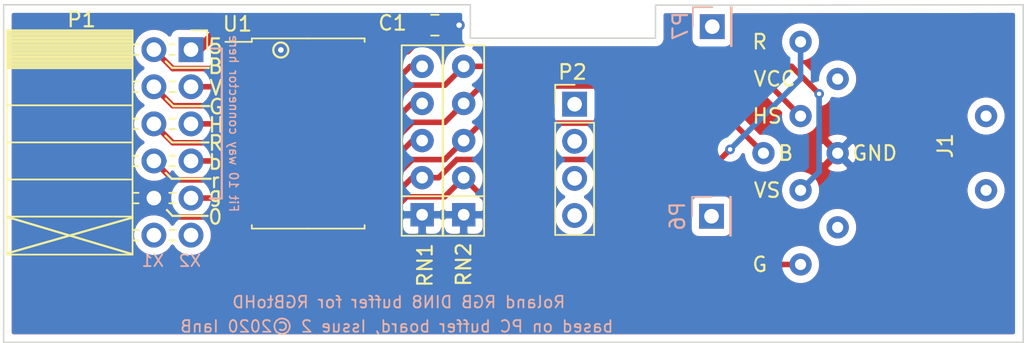
<source format=kicad_pcb>
(kicad_pcb (version 20171130) (host pcbnew "(5.1.12)-1")

  (general
    (thickness 1.6)
    (drawings 60)
    (tracks 91)
    (zones 0)
    (modules 9)
    (nets 29)
  )

  (page A4)
  (layers
    (0 F.Cu signal)
    (31 B.Cu signal)
    (34 B.Paste user hide)
    (35 F.Paste user hide)
    (36 B.SilkS user)
    (37 F.SilkS user)
    (38 B.Mask user hide)
    (39 F.Mask user hide)
    (40 Dwgs.User user hide)
    (41 Cmts.User user hide)
    (44 Edge.Cuts user)
    (45 Margin user hide)
    (46 B.CrtYd user hide)
    (47 F.CrtYd user)
    (48 B.Fab user hide)
    (49 F.Fab user hide)
  )

  (setup
    (last_trace_width 0.381)
    (user_trace_width 0.2032)
    (user_trace_width 0.381)
    (user_trace_width 0.635)
    (user_trace_width 0.762)
    (user_trace_width 0.889)
    (user_trace_width 1.016)
    (user_trace_width 1.143)
    (user_trace_width 1.27)
    (trace_clearance 0.2032)
    (zone_clearance 0.508)
    (zone_45_only yes)
    (trace_min 0.2032)
    (via_size 0.6604)
    (via_drill 0.3048)
    (via_min_size 0.6604)
    (via_min_drill 0.3048)
    (uvia_size 0.6096)
    (uvia_drill 0.3048)
    (uvias_allowed no)
    (uvia_min_size 0)
    (uvia_min_drill 0)
    (edge_width 0.1)
    (segment_width 0.2)
    (pcb_text_width 0.2)
    (pcb_text_size 1.25 1.25)
    (mod_edge_width 0.15)
    (mod_text_size 1 1)
    (mod_text_width 0.15)
    (pad_size 3.5 1.75)
    (pad_drill 0)
    (pad_to_mask_clearance 0.15)
    (solder_mask_min_width 0.26)
    (aux_axis_origin 12.502 54.50096)
    (grid_origin 45.002 28.00096)
    (visible_elements 7FFFFFFF)
    (pcbplotparams
      (layerselection 0x010f0_ffffffff)
      (usegerberextensions true)
      (usegerberattributes false)
      (usegerberadvancedattributes false)
      (creategerberjobfile false)
      (excludeedgelayer true)
      (linewidth 0.100000)
      (plotframeref false)
      (viasonmask false)
      (mode 1)
      (useauxorigin false)
      (hpglpennumber 1)
      (hpglpenspeed 20)
      (hpglpendiameter 15.000000)
      (psnegative false)
      (psa4output false)
      (plotreference true)
      (plotvalue false)
      (plotinvisibletext false)
      (padsonsilk false)
      (subtractmaskfromsilk false)
      (outputformat 1)
      (mirror false)
      (drillshape 0)
      (scaleselection 1)
      (outputdirectory "gerber/"))
  )

  (net 0 "")
  (net 1 /GND)
  (net 2 /SYNC)
  (net 3 /VSYNC)
  (net 4 /VCC)
  (net 5 "Net-(P7-Pad1)")
  (net 6 "Net-(P2-Pad4)")
  (net 7 "Net-(P2-Pad3)")
  (net 8 "Net-(P2-Pad2)")
  (net 9 "Net-(P2-Pad1)")
  (net 10 /I_VSYNC)
  (net 11 /I_SYNC)
  (net 12 /B3)
  (net 13 /G3)
  (net 14 /R3)
  (net 15 /B2)
  (net 16 /R2)
  (net 17 /G2)
  (net 18 /B1)
  (net 19 /R1)
  (net 20 /I_B3)
  (net 21 /I_G3)
  (net 22 /I_R3)
  (net 23 /I_R2)
  (net 24 /I_B2)
  (net 25 /I_G2)
  (net 26 "Net-(J1-Pad1)")
  (net 27 "Net-(J1-Pad3)")
  (net 28 "Net-(P6-Pad1)")

  (net_class Default "This is the default net class."
    (clearance 0.2032)
    (trace_width 0.2032)
    (via_dia 0.6604)
    (via_drill 0.3048)
    (uvia_dia 0.6096)
    (uvia_drill 0.3048)
    (diff_pair_width 0.2032)
    (diff_pair_gap 0.25)
    (add_net /B1)
    (add_net /B2)
    (add_net /B3)
    (add_net /G2)
    (add_net /G3)
    (add_net /GND)
    (add_net /I_B2)
    (add_net /I_B3)
    (add_net /I_G2)
    (add_net /I_G3)
    (add_net /I_R2)
    (add_net /I_R3)
    (add_net /I_SYNC)
    (add_net /I_VSYNC)
    (add_net /R1)
    (add_net /R2)
    (add_net /R3)
    (add_net /SYNC)
    (add_net /VCC)
    (add_net /VSYNC)
    (add_net "Net-(J1-Pad1)")
    (add_net "Net-(J1-Pad3)")
    (add_net "Net-(P2-Pad1)")
    (add_net "Net-(P2-Pad2)")
    (add_net "Net-(P2-Pad3)")
    (add_net "Net-(P2-Pad4)")
    (add_net "Net-(P6-Pad1)")
    (add_net "Net-(P7-Pad1)")
  )

  (net_class Power ""
    (clearance 0.2032)
    (trace_width 0.381)
    (via_dia 0.762)
    (via_drill 0.381)
    (uvia_dia 0.6096)
    (uvia_drill 0.3048)
    (diff_pair_width 0.2032)
    (diff_pair_gap 0.25)
  )

  (module Connector_PinHeader_2.54mm:PinHeader_1x04_P2.54mm_Vertical locked (layer F.Cu) (tedit 59FED5CC) (tstamp 5DCC4DD0)
    (at 66.6174 38.11016)
    (descr "Through hole straight pin header, 1x04, 2.54mm pitch, single row")
    (tags "Through hole pin header THT 1x04 2.54mm single row")
    (path /5DCFA861)
    (fp_text reference P2 (at -0.14478 -2.1971) (layer F.SilkS)
      (effects (font (size 1 1) (thickness 0.15)))
    )
    (fp_text value Conn_01x04 (at 0 9.95) (layer F.Fab)
      (effects (font (size 1 1) (thickness 0.15)))
    )
    (fp_line (start 1.8 -1.8) (end -1.8 -1.8) (layer F.CrtYd) (width 0.05))
    (fp_line (start 1.8 9.4) (end 1.8 -1.8) (layer F.CrtYd) (width 0.05))
    (fp_line (start -1.8 9.4) (end 1.8 9.4) (layer F.CrtYd) (width 0.05))
    (fp_line (start -1.8 -1.8) (end -1.8 9.4) (layer F.CrtYd) (width 0.05))
    (fp_line (start -1.33 -1.33) (end 0 -1.33) (layer F.SilkS) (width 0.12))
    (fp_line (start -1.33 0) (end -1.33 -1.33) (layer F.SilkS) (width 0.12))
    (fp_line (start -1.33 1.27) (end 1.33 1.27) (layer F.SilkS) (width 0.12))
    (fp_line (start 1.33 1.27) (end 1.33 8.95) (layer F.SilkS) (width 0.12))
    (fp_line (start -1.33 1.27) (end -1.33 8.95) (layer F.SilkS) (width 0.12))
    (fp_line (start -1.33 8.95) (end 1.33 8.95) (layer F.SilkS) (width 0.12))
    (fp_line (start -1.27 -0.635) (end -0.635 -1.27) (layer F.Fab) (width 0.1))
    (fp_line (start -1.27 8.89) (end -1.27 -0.635) (layer F.Fab) (width 0.1))
    (fp_line (start 1.27 8.89) (end -1.27 8.89) (layer F.Fab) (width 0.1))
    (fp_line (start 1.27 -1.27) (end 1.27 8.89) (layer F.Fab) (width 0.1))
    (fp_line (start -0.635 -1.27) (end 1.27 -1.27) (layer F.Fab) (width 0.1))
    (fp_text user %R (at 0 3.81 90) (layer F.Fab)
      (effects (font (size 1 1) (thickness 0.15)))
    )
    (pad 4 thru_hole oval (at 0 7.62) (size 1.7 1.7) (drill 1) (layers *.Cu *.Mask)
      (net 6 "Net-(P2-Pad4)"))
    (pad 3 thru_hole oval (at 0 5.08) (size 1.7 1.7) (drill 1) (layers *.Cu *.Mask)
      (net 7 "Net-(P2-Pad3)"))
    (pad 2 thru_hole oval (at 0 2.54) (size 1.7 1.7) (drill 1) (layers *.Cu *.Mask)
      (net 8 "Net-(P2-Pad2)"))
    (pad 1 thru_hole rect (at 0 0) (size 1.7 1.7) (drill 1) (layers *.Cu *.Mask)
      (net 9 "Net-(P2-Pad1)"))
    (model ${KISYS3DMOD}/Connector_PinHeader_2.54mm.3dshapes/PinHeader_1x04_P2.54mm_Vertical.wrl
      (at (xyz 0 0 0))
      (scale (xyz 1 1 1))
      (rotate (xyz 0 0 0))
    )
  )

  (module Resistor_THT:R_Array_SIP5 (layer F.Cu) (tedit 5A14249F) (tstamp 5E6AFCF6)
    (at 56.178 45.67936 90)
    (descr "5-pin Resistor SIP pack")
    (tags R)
    (path /5E6D7B29)
    (fp_text reference RN1 (at -3.45 0.2 90) (layer F.SilkS)
      (effects (font (size 1 1) (thickness 0.15)))
    )
    (fp_text value 470R (at 6.35 2.4 90) (layer F.Fab)
      (effects (font (size 1 1) (thickness 0.15)))
    )
    (fp_line (start -1.29 -1.25) (end -1.29 1.25) (layer F.Fab) (width 0.1))
    (fp_line (start -1.29 1.25) (end 11.45 1.25) (layer F.Fab) (width 0.1))
    (fp_line (start 11.45 1.25) (end 11.45 -1.25) (layer F.Fab) (width 0.1))
    (fp_line (start 11.45 -1.25) (end -1.29 -1.25) (layer F.Fab) (width 0.1))
    (fp_line (start 1.27 -1.25) (end 1.27 1.25) (layer F.Fab) (width 0.1))
    (fp_line (start -1.44 -1.4) (end -1.44 1.4) (layer F.SilkS) (width 0.12))
    (fp_line (start -1.44 1.4) (end 11.6 1.4) (layer F.SilkS) (width 0.12))
    (fp_line (start 11.6 1.4) (end 11.6 -1.4) (layer F.SilkS) (width 0.12))
    (fp_line (start 11.6 -1.4) (end -1.44 -1.4) (layer F.SilkS) (width 0.12))
    (fp_line (start 1.27 -1.4) (end 1.27 1.4) (layer F.SilkS) (width 0.12))
    (fp_line (start -1.7 -1.65) (end -1.7 1.65) (layer F.CrtYd) (width 0.05))
    (fp_line (start -1.7 1.65) (end 11.9 1.65) (layer F.CrtYd) (width 0.05))
    (fp_line (start 11.9 1.65) (end 11.9 -1.65) (layer F.CrtYd) (width 0.05))
    (fp_line (start 11.9 -1.65) (end -1.7 -1.65) (layer F.CrtYd) (width 0.05))
    (fp_text user %R (at 5.08 0 90) (layer F.Fab)
      (effects (font (size 1 1) (thickness 0.15)))
    )
    (pad 1 thru_hole rect (at 0 0 90) (size 1.6 1.6) (drill 0.8) (layers *.Cu *.Mask)
      (net 1 /GND))
    (pad 2 thru_hole oval (at 2.54 0 90) (size 1.6 1.6) (drill 0.8) (layers *.Cu *.Mask)
      (net 23 /I_R2))
    (pad 3 thru_hole oval (at 5.08 0 90) (size 1.6 1.6) (drill 0.8) (layers *.Cu *.Mask)
      (net 22 /I_R3))
    (pad 4 thru_hole oval (at 7.62 0 90) (size 1.6 1.6) (drill 0.8) (layers *.Cu *.Mask)
      (net 21 /I_G3))
    (pad 5 thru_hole oval (at 10.16 0 90) (size 1.6 1.6) (drill 0.8) (layers *.Cu *.Mask)
      (net 20 /I_B3))
    (model ${KISYS3DMOD}/Resistor_THT.3dshapes/R_Array_SIP5.wrl
      (at (xyz 0 0 0))
      (scale (xyz 1 1 1))
      (rotate (xyz 0 0 0))
    )
  )

  (module Connector_PinSocket_2.54mm:PinSocket_2x06_P2.54mm_Horizontal locked (layer F.Cu) (tedit 5A19A42C) (tstamp 5E4F1D96)
    (at 40.3538 34.37636)
    (descr "Through hole angled socket strip, 2x06, 2.54mm pitch, 8.51mm socket length, double cols (from Kicad 4.0.7), script generated")
    (tags "Through hole angled socket strip THT 2x06 2.54mm double row")
    (path /5E50C60D)
    (zone_connect 2)
    (fp_text reference P1 (at -7.493 -2.0574) (layer F.SilkS)
      (effects (font (size 1 1) (thickness 0.15)))
    )
    (fp_text value Conn_02x06_Odd_Even (at -5.65 15.47) (layer F.Fab)
      (effects (font (size 1 1) (thickness 0.15)))
    )
    (fp_line (start -12.57 -1.27) (end -5.03 -1.27) (layer F.Fab) (width 0.1))
    (fp_line (start -5.03 -1.27) (end -4.06 -0.3) (layer F.Fab) (width 0.1))
    (fp_line (start -4.06 -0.3) (end -4.06 13.97) (layer F.Fab) (width 0.1))
    (fp_line (start -4.06 13.97) (end -12.57 13.97) (layer F.Fab) (width 0.1))
    (fp_line (start -12.57 13.97) (end -12.57 -1.27) (layer F.Fab) (width 0.1))
    (fp_line (start 0 -0.3) (end -4.06 -0.3) (layer F.Fab) (width 0.1))
    (fp_line (start -4.06 0.3) (end 0 0.3) (layer F.Fab) (width 0.1))
    (fp_line (start 0 0.3) (end 0 -0.3) (layer F.Fab) (width 0.1))
    (fp_line (start 0 2.24) (end -4.06 2.24) (layer F.Fab) (width 0.1))
    (fp_line (start -4.06 2.84) (end 0 2.84) (layer F.Fab) (width 0.1))
    (fp_line (start 0 2.84) (end 0 2.24) (layer F.Fab) (width 0.1))
    (fp_line (start 0 4.78) (end -4.06 4.78) (layer F.Fab) (width 0.1))
    (fp_line (start -4.06 5.38) (end 0 5.38) (layer F.Fab) (width 0.1))
    (fp_line (start 0 5.38) (end 0 4.78) (layer F.Fab) (width 0.1))
    (fp_line (start 0 7.32) (end -4.06 7.32) (layer F.Fab) (width 0.1))
    (fp_line (start -4.06 7.92) (end 0 7.92) (layer F.Fab) (width 0.1))
    (fp_line (start 0 7.92) (end 0 7.32) (layer F.Fab) (width 0.1))
    (fp_line (start 0 9.86) (end -4.06 9.86) (layer F.Fab) (width 0.1))
    (fp_line (start -4.06 10.46) (end 0 10.46) (layer F.Fab) (width 0.1))
    (fp_line (start 0 10.46) (end 0 9.86) (layer F.Fab) (width 0.1))
    (fp_line (start 0 12.4) (end -4.06 12.4) (layer F.Fab) (width 0.1))
    (fp_line (start -4.06 13) (end 0 13) (layer F.Fab) (width 0.1))
    (fp_line (start 0 13) (end 0 12.4) (layer F.Fab) (width 0.1))
    (fp_line (start -12.63 -1.21) (end -4 -1.21) (layer F.SilkS) (width 0.12))
    (fp_line (start -12.63 -1.091905) (end -4 -1.091905) (layer F.SilkS) (width 0.12))
    (fp_line (start -12.63 -0.97381) (end -4 -0.97381) (layer F.SilkS) (width 0.12))
    (fp_line (start -12.63 -0.855715) (end -4 -0.855715) (layer F.SilkS) (width 0.12))
    (fp_line (start -12.63 -0.73762) (end -4 -0.73762) (layer F.SilkS) (width 0.12))
    (fp_line (start -12.63 -0.619525) (end -4 -0.619525) (layer F.SilkS) (width 0.12))
    (fp_line (start -12.63 -0.50143) (end -4 -0.50143) (layer F.SilkS) (width 0.12))
    (fp_line (start -12.63 -0.383335) (end -4 -0.383335) (layer F.SilkS) (width 0.12))
    (fp_line (start -12.63 -0.26524) (end -4 -0.26524) (layer F.SilkS) (width 0.12))
    (fp_line (start -12.63 -0.147145) (end -4 -0.147145) (layer F.SilkS) (width 0.12))
    (fp_line (start -12.63 -0.02905) (end -4 -0.02905) (layer F.SilkS) (width 0.12))
    (fp_line (start -12.63 0.089045) (end -4 0.089045) (layer F.SilkS) (width 0.12))
    (fp_line (start -12.63 0.20714) (end -4 0.20714) (layer F.SilkS) (width 0.12))
    (fp_line (start -12.63 0.325235) (end -4 0.325235) (layer F.SilkS) (width 0.12))
    (fp_line (start -12.63 0.44333) (end -4 0.44333) (layer F.SilkS) (width 0.12))
    (fp_line (start -12.63 0.561425) (end -4 0.561425) (layer F.SilkS) (width 0.12))
    (fp_line (start -12.63 0.67952) (end -4 0.67952) (layer F.SilkS) (width 0.12))
    (fp_line (start -12.63 0.797615) (end -4 0.797615) (layer F.SilkS) (width 0.12))
    (fp_line (start -12.63 0.91571) (end -4 0.91571) (layer F.SilkS) (width 0.12))
    (fp_line (start -12.63 1.033805) (end -4 1.033805) (layer F.SilkS) (width 0.12))
    (fp_line (start -12.63 1.1519) (end -4 1.1519) (layer F.SilkS) (width 0.12))
    (fp_line (start -4 -0.36) (end -3.59 -0.36) (layer F.SilkS) (width 0.12))
    (fp_line (start -1.49 -0.36) (end -1.11 -0.36) (layer F.SilkS) (width 0.12))
    (fp_line (start -4 0.36) (end -3.59 0.36) (layer F.SilkS) (width 0.12))
    (fp_line (start -1.49 0.36) (end -1.11 0.36) (layer F.SilkS) (width 0.12))
    (fp_line (start -4 2.18) (end -3.59 2.18) (layer F.SilkS) (width 0.12))
    (fp_line (start -1.49 2.18) (end -1.05 2.18) (layer F.SilkS) (width 0.12))
    (fp_line (start -4 2.9) (end -3.59 2.9) (layer F.SilkS) (width 0.12))
    (fp_line (start -1.49 2.9) (end -1.05 2.9) (layer F.SilkS) (width 0.12))
    (fp_line (start -4 4.72) (end -3.59 4.72) (layer F.SilkS) (width 0.12))
    (fp_line (start -1.49 4.72) (end -1.05 4.72) (layer F.SilkS) (width 0.12))
    (fp_line (start -4 5.44) (end -3.59 5.44) (layer F.SilkS) (width 0.12))
    (fp_line (start -1.49 5.44) (end -1.05 5.44) (layer F.SilkS) (width 0.12))
    (fp_line (start -4 7.26) (end -3.59 7.26) (layer F.SilkS) (width 0.12))
    (fp_line (start -1.49 7.26) (end -1.05 7.26) (layer F.SilkS) (width 0.12))
    (fp_line (start -4 7.98) (end -3.59 7.98) (layer F.SilkS) (width 0.12))
    (fp_line (start -1.49 7.98) (end -1.05 7.98) (layer F.SilkS) (width 0.12))
    (fp_line (start -4 9.8) (end -3.59 9.8) (layer F.SilkS) (width 0.12))
    (fp_line (start -1.49 9.8) (end -1.05 9.8) (layer F.SilkS) (width 0.12))
    (fp_line (start -4 10.52) (end -3.59 10.52) (layer F.SilkS) (width 0.12))
    (fp_line (start -1.49 10.52) (end -1.05 10.52) (layer F.SilkS) (width 0.12))
    (fp_line (start -4 12.34) (end -3.59 12.34) (layer F.SilkS) (width 0.12))
    (fp_line (start -1.49 12.34) (end -1.05 12.34) (layer F.SilkS) (width 0.12))
    (fp_line (start -4 13.06) (end -3.59 13.06) (layer F.SilkS) (width 0.12))
    (fp_line (start -1.49 13.06) (end -1.05 13.06) (layer F.SilkS) (width 0.12))
    (fp_line (start -12.63 1.27) (end -4 1.27) (layer F.SilkS) (width 0.12))
    (fp_line (start -12.63 3.81) (end -4 3.81) (layer F.SilkS) (width 0.12))
    (fp_line (start -12.63 6.35) (end -4 6.35) (layer F.SilkS) (width 0.12))
    (fp_line (start -12.63 8.89) (end -4 8.89) (layer F.SilkS) (width 0.12))
    (fp_line (start -12.63 11.43) (end -4 11.43) (layer F.SilkS) (width 0.12))
    (fp_line (start -12.63 -1.33) (end -4 -1.33) (layer F.SilkS) (width 0.12))
    (fp_line (start -4 -1.33) (end -4 14.03) (layer F.SilkS) (width 0.12))
    (fp_line (start -12.63 14.03) (end -4 14.03) (layer F.SilkS) (width 0.12))
    (fp_line (start -12.63 -1.33) (end -12.63 14.03) (layer F.SilkS) (width 0.12))
    (fp_line (start 1.11 -1.33) (end 1.11 0) (layer F.SilkS) (width 0.12))
    (fp_line (start 0 -1.33) (end 1.11 -1.33) (layer F.SilkS) (width 0.12))
    (fp_line (start 1.8 -1.8) (end -13.05 -1.8) (layer F.CrtYd) (width 0.05))
    (fp_line (start -13.05 -1.8) (end -13.05 14.45) (layer F.CrtYd) (width 0.05))
    (fp_line (start -13.05 14.45) (end 1.8 14.45) (layer F.CrtYd) (width 0.05))
    (fp_line (start 1.8 14.45) (end 1.8 -1.8) (layer F.CrtYd) (width 0.05))
    (fp_text user %R (at -8.315 6.35 90) (layer F.Fab)
      (effects (font (size 1 1) (thickness 0.15)))
    )
    (pad 1 thru_hole rect (at 0 0) (size 1.7 1.7) (drill 1) (layers *.Cu *.Mask)
      (net 4 /VCC) (zone_connect 2))
    (pad 2 thru_hole oval (at -2.54 0) (size 1.7 1.7) (drill 1) (layers *.Cu *.Mask)
      (net 12 /B3) (zone_connect 2))
    (pad 3 thru_hole oval (at 0 2.54) (size 1.7 1.7) (drill 1) (layers *.Cu *.Mask)
      (net 3 /VSYNC) (zone_connect 2))
    (pad 4 thru_hole oval (at -2.54 2.54) (size 1.7 1.7) (drill 1) (layers *.Cu *.Mask)
      (net 13 /G3) (zone_connect 2))
    (pad 5 thru_hole oval (at 0 5.08) (size 1.7 1.7) (drill 1) (layers *.Cu *.Mask)
      (net 2 /SYNC) (zone_connect 2))
    (pad 6 thru_hole oval (at -2.54 5.08) (size 1.7 1.7) (drill 1) (layers *.Cu *.Mask)
      (net 14 /R3) (zone_connect 2))
    (pad 7 thru_hole oval (at 0 7.62) (size 1.7 1.7) (drill 1) (layers *.Cu *.Mask)
      (net 15 /B2) (zone_connect 2))
    (pad 8 thru_hole oval (at -2.54 7.62) (size 1.7 1.7) (drill 1) (layers *.Cu *.Mask)
      (net 16 /R2) (zone_connect 2))
    (pad 9 thru_hole oval (at 0 10.16) (size 1.7 1.7) (drill 1) (layers *.Cu *.Mask)
      (net 17 /G2) (zone_connect 2))
    (pad 10 thru_hole oval (at -2.54 10.16) (size 1.7 1.7) (drill 1) (layers *.Cu *.Mask)
      (net 1 /GND) (zone_connect 2))
    (pad 11 thru_hole oval (at 0 12.7) (size 1.7 1.7) (drill 1) (layers *.Cu *.Mask)
      (net 18 /B1) (zone_connect 2))
    (pad 12 thru_hole oval (at -2.54 12.7) (size 1.7 1.7) (drill 1) (layers *.Cu *.Mask)
      (net 19 /R1) (zone_connect 2))
    (model ${KISYS3DMOD}/Connector_PinSocket_2.54mm.3dshapes/PinSocket_2x06_P2.54mm_Horizontal.wrl
      (at (xyz 0 0 0))
      (scale (xyz 1 1 1))
      (rotate (xyz 0 0 0))
    )
  )

  (module Connector_PinHeader_2.54mm:PinHeader_1x01_P2.54mm_Vertical (layer B.Cu) (tedit 59FED5CC) (tstamp 5E575828)
    (at 76.0408 32.80156 270)
    (descr "Through hole straight pin header, 1x01, 2.54mm pitch, single row")
    (tags "Through hole pin header THT 1x01 2.54mm single row")
    (path /5E6322BC)
    (fp_text reference P7 (at -0.0508 2.1844 270) (layer B.SilkS)
      (effects (font (size 1 1) (thickness 0.15)) (justify mirror))
    )
    (fp_text value Conn_01x01 (at 0 -2.33 90) (layer B.Fab)
      (effects (font (size 1 1) (thickness 0.15)) (justify mirror))
    )
    (fp_line (start -0.635 1.27) (end 1.27 1.27) (layer B.Fab) (width 0.1))
    (fp_line (start 1.27 1.27) (end 1.27 -1.27) (layer B.Fab) (width 0.1))
    (fp_line (start 1.27 -1.27) (end -1.27 -1.27) (layer B.Fab) (width 0.1))
    (fp_line (start -1.27 -1.27) (end -1.27 0.635) (layer B.Fab) (width 0.1))
    (fp_line (start -1.27 0.635) (end -0.635 1.27) (layer B.Fab) (width 0.1))
    (fp_line (start -1.33 -1.33) (end 1.33 -1.33) (layer B.SilkS) (width 0.12))
    (fp_line (start -1.33 -1.27) (end -1.33 -1.33) (layer B.SilkS) (width 0.12))
    (fp_line (start 1.33 -1.27) (end 1.33 -1.33) (layer B.SilkS) (width 0.12))
    (fp_line (start -1.33 -1.27) (end 1.33 -1.27) (layer B.SilkS) (width 0.12))
    (fp_line (start -1.33 0) (end -1.33 1.33) (layer B.SilkS) (width 0.12))
    (fp_line (start -1.33 1.33) (end 0 1.33) (layer B.SilkS) (width 0.12))
    (fp_line (start -1.8 1.8) (end -1.8 -1.8) (layer B.CrtYd) (width 0.05))
    (fp_line (start -1.8 -1.8) (end 1.8 -1.8) (layer B.CrtYd) (width 0.05))
    (fp_line (start 1.8 -1.8) (end 1.8 1.8) (layer B.CrtYd) (width 0.05))
    (fp_line (start 1.8 1.8) (end -1.8 1.8) (layer B.CrtYd) (width 0.05))
    (fp_text user %R (at 0 0 180) (layer B.Fab)
      (effects (font (size 1 1) (thickness 0.15)) (justify mirror))
    )
    (pad 1 thru_hole rect (at 0 0 270) (size 1.7 1.7) (drill 1) (layers *.Cu *.Mask)
      (net 5 "Net-(P7-Pad1)"))
    (model ${KISYS3DMOD}/Connector_PinHeader_2.54mm.3dshapes/PinHeader_1x01_P2.54mm_Vertical.wrl
      (at (xyz 0 0 0))
      (scale (xyz 1 1 1))
      (rotate (xyz 0 0 0))
    )
  )

  (module Package_SO:SOIC-20W_7.5x12.8mm_P1.27mm (layer F.Cu) (tedit 5C97300E) (tstamp 5E6AF2DD)
    (at 48.3802 40.11676)
    (descr "SOIC, 20 Pin (JEDEC MS-013AC, https://www.analog.com/media/en/package-pcb-resources/package/233848rw_20.pdf), generated with kicad-footprint-generator ipc_gullwing_generator.py")
    (tags "SOIC SO")
    (path /5E6CBF98)
    (attr smd)
    (fp_text reference U1 (at -4.85 -7.5) (layer F.SilkS)
      (effects (font (size 1 1) (thickness 0.15)))
    )
    (fp_text value 74LS245 (at 0 7.35) (layer F.Fab)
      (effects (font (size 1 1) (thickness 0.15)))
    )
    (fp_line (start 0 6.51) (end 3.86 6.51) (layer F.SilkS) (width 0.12))
    (fp_line (start 3.86 6.51) (end 3.86 6.275) (layer F.SilkS) (width 0.12))
    (fp_line (start 0 6.51) (end -3.86 6.51) (layer F.SilkS) (width 0.12))
    (fp_line (start -3.86 6.51) (end -3.86 6.275) (layer F.SilkS) (width 0.12))
    (fp_line (start 0 -6.51) (end 3.86 -6.51) (layer F.SilkS) (width 0.12))
    (fp_line (start 3.86 -6.51) (end 3.86 -6.275) (layer F.SilkS) (width 0.12))
    (fp_line (start 0 -6.51) (end -3.86 -6.51) (layer F.SilkS) (width 0.12))
    (fp_line (start -3.86 -6.51) (end -3.86 -6.275) (layer F.SilkS) (width 0.12))
    (fp_line (start -3.86 -6.275) (end -5.675 -6.275) (layer F.SilkS) (width 0.12))
    (fp_line (start -2.75 -6.4) (end 3.75 -6.4) (layer F.Fab) (width 0.1))
    (fp_line (start 3.75 -6.4) (end 3.75 6.4) (layer F.Fab) (width 0.1))
    (fp_line (start 3.75 6.4) (end -3.75 6.4) (layer F.Fab) (width 0.1))
    (fp_line (start -3.75 6.4) (end -3.75 -5.4) (layer F.Fab) (width 0.1))
    (fp_line (start -3.75 -5.4) (end -2.75 -6.4) (layer F.Fab) (width 0.1))
    (fp_line (start -5.93 -6.65) (end -5.93 6.65) (layer F.CrtYd) (width 0.05))
    (fp_line (start -5.93 6.65) (end 5.93 6.65) (layer F.CrtYd) (width 0.05))
    (fp_line (start 5.93 6.65) (end 5.93 -6.65) (layer F.CrtYd) (width 0.05))
    (fp_line (start 5.93 -6.65) (end -5.93 -6.65) (layer F.CrtYd) (width 0.05))
    (fp_text user %R (at 0 0) (layer F.Fab)
      (effects (font (size 1 1) (thickness 0.15)))
    )
    (pad 1 smd roundrect (at -4.65 -5.715) (size 2.05 0.6) (layers F.Cu F.Paste F.Mask) (roundrect_rratio 0.25)
      (net 1 /GND))
    (pad 2 smd roundrect (at -4.65 -4.445) (size 2.05 0.6) (layers F.Cu F.Paste F.Mask) (roundrect_rratio 0.25)
      (net 12 /B3))
    (pad 3 smd roundrect (at -4.65 -3.175) (size 2.05 0.6) (layers F.Cu F.Paste F.Mask) (roundrect_rratio 0.25)
      (net 3 /VSYNC))
    (pad 4 smd roundrect (at -4.65 -1.905) (size 2.05 0.6) (layers F.Cu F.Paste F.Mask) (roundrect_rratio 0.25)
      (net 13 /G3))
    (pad 5 smd roundrect (at -4.65 -0.635) (size 2.05 0.6) (layers F.Cu F.Paste F.Mask) (roundrect_rratio 0.25)
      (net 2 /SYNC))
    (pad 6 smd roundrect (at -4.65 0.635) (size 2.05 0.6) (layers F.Cu F.Paste F.Mask) (roundrect_rratio 0.25)
      (net 14 /R3))
    (pad 7 smd roundrect (at -4.65 1.905) (size 2.05 0.6) (layers F.Cu F.Paste F.Mask) (roundrect_rratio 0.25)
      (net 15 /B2))
    (pad 8 smd roundrect (at -4.65 3.175) (size 2.05 0.6) (layers F.Cu F.Paste F.Mask) (roundrect_rratio 0.25)
      (net 16 /R2))
    (pad 9 smd roundrect (at -4.65 4.445) (size 2.05 0.6) (layers F.Cu F.Paste F.Mask) (roundrect_rratio 0.25)
      (net 17 /G2))
    (pad 10 smd roundrect (at -4.65 5.715) (size 2.05 0.6) (layers F.Cu F.Paste F.Mask) (roundrect_rratio 0.25)
      (net 1 /GND))
    (pad 11 smd roundrect (at 4.65 5.715) (size 2.05 0.6) (layers F.Cu F.Paste F.Mask) (roundrect_rratio 0.25)
      (net 25 /I_G2))
    (pad 12 smd roundrect (at 4.65 4.445) (size 2.05 0.6) (layers F.Cu F.Paste F.Mask) (roundrect_rratio 0.25)
      (net 23 /I_R2))
    (pad 13 smd roundrect (at 4.65 3.175) (size 2.05 0.6) (layers F.Cu F.Paste F.Mask) (roundrect_rratio 0.25)
      (net 24 /I_B2))
    (pad 14 smd roundrect (at 4.65 1.905) (size 2.05 0.6) (layers F.Cu F.Paste F.Mask) (roundrect_rratio 0.25)
      (net 22 /I_R3))
    (pad 15 smd roundrect (at 4.65 0.635) (size 2.05 0.6) (layers F.Cu F.Paste F.Mask) (roundrect_rratio 0.25)
      (net 11 /I_SYNC))
    (pad 16 smd roundrect (at 4.65 -0.635) (size 2.05 0.6) (layers F.Cu F.Paste F.Mask) (roundrect_rratio 0.25)
      (net 21 /I_G3))
    (pad 17 smd roundrect (at 4.65 -1.905) (size 2.05 0.6) (layers F.Cu F.Paste F.Mask) (roundrect_rratio 0.25)
      (net 10 /I_VSYNC))
    (pad 18 smd roundrect (at 4.65 -3.175) (size 2.05 0.6) (layers F.Cu F.Paste F.Mask) (roundrect_rratio 0.25)
      (net 20 /I_B3))
    (pad 19 smd roundrect (at 4.65 -4.445) (size 2.05 0.6) (layers F.Cu F.Paste F.Mask) (roundrect_rratio 0.25)
      (net 1 /GND))
    (pad 20 smd roundrect (at 4.65 -5.715) (size 2.05 0.6) (layers F.Cu F.Paste F.Mask) (roundrect_rratio 0.25)
      (net 4 /VCC))
    (model ${KISYS3DMOD}/Package_SO.3dshapes/SOIC-20W_7.5x12.8mm_P1.27mm.wrl
      (at (xyz 0 0 0))
      (scale (xyz 1 1 1))
      (rotate (xyz 0 0 0))
    )
  )

  (module Resistor_THT:R_Array_SIP5 (layer F.Cu) (tedit 5A14249F) (tstamp 5E6AFD0E)
    (at 59.0228 45.67936 90)
    (descr "5-pin Resistor SIP pack")
    (tags R)
    (path /5E6DADBC)
    (fp_text reference RN2 (at -3.4 0 90) (layer F.SilkS)
      (effects (font (size 1 1) (thickness 0.15)))
    )
    (fp_text value 470R (at 6.35 2.4 90) (layer F.Fab)
      (effects (font (size 1 1) (thickness 0.15)))
    )
    (fp_line (start 11.9 -1.65) (end -1.7 -1.65) (layer F.CrtYd) (width 0.05))
    (fp_line (start 11.9 1.65) (end 11.9 -1.65) (layer F.CrtYd) (width 0.05))
    (fp_line (start -1.7 1.65) (end 11.9 1.65) (layer F.CrtYd) (width 0.05))
    (fp_line (start -1.7 -1.65) (end -1.7 1.65) (layer F.CrtYd) (width 0.05))
    (fp_line (start 1.27 -1.4) (end 1.27 1.4) (layer F.SilkS) (width 0.12))
    (fp_line (start 11.6 -1.4) (end -1.44 -1.4) (layer F.SilkS) (width 0.12))
    (fp_line (start 11.6 1.4) (end 11.6 -1.4) (layer F.SilkS) (width 0.12))
    (fp_line (start -1.44 1.4) (end 11.6 1.4) (layer F.SilkS) (width 0.12))
    (fp_line (start -1.44 -1.4) (end -1.44 1.4) (layer F.SilkS) (width 0.12))
    (fp_line (start 1.27 -1.25) (end 1.27 1.25) (layer F.Fab) (width 0.1))
    (fp_line (start 11.45 -1.25) (end -1.29 -1.25) (layer F.Fab) (width 0.1))
    (fp_line (start 11.45 1.25) (end 11.45 -1.25) (layer F.Fab) (width 0.1))
    (fp_line (start -1.29 1.25) (end 11.45 1.25) (layer F.Fab) (width 0.1))
    (fp_line (start -1.29 -1.25) (end -1.29 1.25) (layer F.Fab) (width 0.1))
    (fp_text user %R (at 5.08 0 90) (layer F.Fab)
      (effects (font (size 1 1) (thickness 0.15)))
    )
    (pad 5 thru_hole oval (at 10.16 0 90) (size 1.6 1.6) (drill 0.8) (layers *.Cu *.Mask)
      (net 10 /I_VSYNC))
    (pad 4 thru_hole oval (at 7.62 0 90) (size 1.6 1.6) (drill 0.8) (layers *.Cu *.Mask)
      (net 11 /I_SYNC))
    (pad 3 thru_hole oval (at 5.08 0 90) (size 1.6 1.6) (drill 0.8) (layers *.Cu *.Mask)
      (net 24 /I_B2))
    (pad 2 thru_hole oval (at 2.54 0 90) (size 1.6 1.6) (drill 0.8) (layers *.Cu *.Mask)
      (net 25 /I_G2))
    (pad 1 thru_hole rect (at 0 0 90) (size 1.6 1.6) (drill 0.8) (layers *.Cu *.Mask)
      (net 1 /GND))
    (model ${KISYS3DMOD}/Resistor_THT.3dshapes/R_Array_SIP5.wrl
      (at (xyz 0 0 0))
      (scale (xyz 1 1 1))
      (rotate (xyz 0 0 0))
    )
  )

  (module Capacitor_SMD:C_0805_2012Metric_Pad1.15x1.40mm_HandSolder (layer F.Cu) (tedit 5B36C52B) (tstamp 5E6B89E7)
    (at 57.052 32.70096 180)
    (descr "Capacitor SMD 0805 (2012 Metric), square (rectangular) end terminal, IPC_7351 nominal with elongated pad for handsoldering. (Body size source: https://docs.google.com/spreadsheets/d/1BsfQQcO9C6DZCsRaXUlFlo91Tg2WpOkGARC1WS5S8t0/edit?usp=sharing), generated with kicad-footprint-generator")
    (tags "capacitor handsolder")
    (path /5E6D4BDE)
    (attr smd)
    (fp_text reference C1 (at 2.9 0.15) (layer F.SilkS)
      (effects (font (size 1 1) (thickness 0.15)))
    )
    (fp_text value 100n (at 0 1.65) (layer F.Fab)
      (effects (font (size 1 1) (thickness 0.15)))
    )
    (fp_line (start -1 0.6) (end -1 -0.6) (layer F.Fab) (width 0.1))
    (fp_line (start -1 -0.6) (end 1 -0.6) (layer F.Fab) (width 0.1))
    (fp_line (start 1 -0.6) (end 1 0.6) (layer F.Fab) (width 0.1))
    (fp_line (start 1 0.6) (end -1 0.6) (layer F.Fab) (width 0.1))
    (fp_line (start -0.261252 -0.71) (end 0.261252 -0.71) (layer F.SilkS) (width 0.12))
    (fp_line (start -0.261252 0.71) (end 0.261252 0.71) (layer F.SilkS) (width 0.12))
    (fp_line (start -1.85 0.95) (end -1.85 -0.95) (layer F.CrtYd) (width 0.05))
    (fp_line (start -1.85 -0.95) (end 1.85 -0.95) (layer F.CrtYd) (width 0.05))
    (fp_line (start 1.85 -0.95) (end 1.85 0.95) (layer F.CrtYd) (width 0.05))
    (fp_line (start 1.85 0.95) (end -1.85 0.95) (layer F.CrtYd) (width 0.05))
    (fp_text user %R (at 0 0) (layer F.Fab)
      (effects (font (size 0.5 0.5) (thickness 0.08)))
    )
    (pad 1 smd roundrect (at -1.025 0 180) (size 1.15 1.4) (layers F.Cu F.Paste F.Mask) (roundrect_rratio 0.2173904347826087)
      (net 1 /GND))
    (pad 2 smd roundrect (at 1.025 0 180) (size 1.15 1.4) (layers F.Cu F.Paste F.Mask) (roundrect_rratio 0.2173904347826087)
      (net 4 /VCC))
    (model ${KISYS3DMOD}/Capacitor_SMD.3dshapes/C_0805_2012Metric.wrl
      (at (xyz 0 0 0))
      (scale (xyz 1 1 1))
      (rotate (xyz 0 0 0))
    )
  )

  (module din8-conn:DIN8_5211511-1 (layer F.Cu) (tedit 619A08D3) (tstamp 619A6E18)
    (at 82.086 38.92296 270)
    (path /6199FB16)
    (fp_text reference J1 (at 2.032 -9.906 90) (layer F.SilkS)
      (effects (font (size 1 1) (thickness 0.15)))
    )
    (fp_text value "DIN-8 Female (Symbol has 2 and 8 swapped!)" (at 1.778 -5.334 90) (layer F.Fab)
      (effects (font (size 1 1) (thickness 0.15)))
    )
    (fp_line (start -7.62 -12.7) (end -7.62 3.302) (layer F.CrtYd) (width 0.12))
    (fp_line (start -7.62 3.302) (end 12.7 3.302) (layer F.CrtYd) (width 0.12))
    (fp_line (start 12.7 3.302) (end 12.7 -15.24) (layer F.CrtYd) (width 0.12))
    (fp_line (start 12.7 -15.24) (end -7.62 -15.24) (layer F.CrtYd) (width 0.12))
    (fp_line (start -7.62 -15.24) (end -7.62 -12.7) (layer F.CrtYd) (width 0.12))
    (pad 6 thru_hole circle (at -5.08 0 270) (size 1.524 1.524) (drill 0.762) (layers *.Cu *.Mask)
      (net 23 /I_R2))
    (pad 1 thru_hole circle (at -2.54 -2.54 270) (size 1.524 1.524) (drill 0.762) (layers *.Cu *.Mask)
      (net 26 "Net-(J1-Pad1)"))
    (pad 4 thru_hole circle (at 0 0 270) (size 1.524 1.524) (drill 0.762) (layers *.Cu *.Mask)
      (net 11 /I_SYNC))
    (pad 2 thru_hole circle (at 2.54 -2.54 270) (size 1.524 1.524) (drill 0.762) (layers *.Cu *.Mask)
      (net 1 /GND))
    (pad 5 thru_hole circle (at 5.08 0 270) (size 1.524 1.524) (drill 0.762) (layers *.Cu *.Mask)
      (net 10 /I_VSYNC))
    (pad 3 thru_hole circle (at 7.62 -2.54 270) (size 1.524 1.524) (drill 0.762) (layers *.Cu *.Mask)
      (net 27 "Net-(J1-Pad3)"))
    (pad 7 thru_hole circle (at 10.16 0 270) (size 1.524 1.524) (drill 0.762) (layers *.Cu *.Mask)
      (net 25 /I_G2))
    (pad "" thru_hole circle (at 0 -12.7 270) (size 1.524 1.524) (drill 0.762) (layers *.Cu *.Mask))
    (pad "" thru_hole circle (at 5.08 -12.7 270) (size 1.524 1.524) (drill 0.762) (layers *.Cu *.Mask))
    (pad 8 thru_hole circle (at 2.54 2.54 270) (size 1.524 1.524) (drill 0.762) (layers *.Cu *.Mask)
      (net 24 /I_B2))
  )

  (module Connector_PinHeader_2.54mm:PinHeader_1x01_P2.54mm_Vertical (layer B.Cu) (tedit 59FED5CC) (tstamp 619A8CBF)
    (at 75.99 45.78096 270)
    (descr "Through hole straight pin header, 1x01, 2.54mm pitch, single row")
    (tags "Through hole pin header THT 1x01 2.54mm single row")
    (path /5DD07D72)
    (fp_text reference P6 (at 0 2.33 270) (layer B.SilkS)
      (effects (font (size 1 1) (thickness 0.15)) (justify mirror))
    )
    (fp_text value Conn_01x01 (at 0 -2.33 270) (layer B.Fab)
      (effects (font (size 1 1) (thickness 0.15)) (justify mirror))
    )
    (fp_line (start 1.8 1.8) (end -1.8 1.8) (layer B.CrtYd) (width 0.05))
    (fp_line (start 1.8 -1.8) (end 1.8 1.8) (layer B.CrtYd) (width 0.05))
    (fp_line (start -1.8 -1.8) (end 1.8 -1.8) (layer B.CrtYd) (width 0.05))
    (fp_line (start -1.8 1.8) (end -1.8 -1.8) (layer B.CrtYd) (width 0.05))
    (fp_line (start -1.33 1.33) (end 0 1.33) (layer B.SilkS) (width 0.12))
    (fp_line (start -1.33 0) (end -1.33 1.33) (layer B.SilkS) (width 0.12))
    (fp_line (start -1.33 -1.27) (end 1.33 -1.27) (layer B.SilkS) (width 0.12))
    (fp_line (start 1.33 -1.27) (end 1.33 -1.33) (layer B.SilkS) (width 0.12))
    (fp_line (start -1.33 -1.27) (end -1.33 -1.33) (layer B.SilkS) (width 0.12))
    (fp_line (start -1.33 -1.33) (end 1.33 -1.33) (layer B.SilkS) (width 0.12))
    (fp_line (start -1.27 0.635) (end -0.635 1.27) (layer B.Fab) (width 0.1))
    (fp_line (start -1.27 -1.27) (end -1.27 0.635) (layer B.Fab) (width 0.1))
    (fp_line (start 1.27 -1.27) (end -1.27 -1.27) (layer B.Fab) (width 0.1))
    (fp_line (start 1.27 1.27) (end 1.27 -1.27) (layer B.Fab) (width 0.1))
    (fp_line (start -0.635 1.27) (end 1.27 1.27) (layer B.Fab) (width 0.1))
    (fp_text user %R (at 0 0) (layer B.Fab)
      (effects (font (size 1 1) (thickness 0.15)) (justify mirror))
    )
    (pad 1 thru_hole rect (at 0 0 270) (size 1.7 1.7) (drill 1) (layers *.Cu *.Mask)
      (net 28 "Net-(P6-Pad1)"))
    (model ${KISYS3DMOD}/Connector_PinHeader_2.54mm.3dshapes/PinHeader_1x01_P2.54mm_Vertical.wrl
      (at (xyz 0 0 0))
      (scale (xyz 1 1 1))
      (rotate (xyz 0 0 0))
    )
  )

  (gr_text G (at 79.292 49.08296) (layer F.SilkS)
    (effects (font (size 1 1) (thickness 0.15)))
  )
  (gr_text VS (at 79.8 44.00296) (layer F.SilkS)
    (effects (font (size 1 1) (thickness 0.15)))
  )
  (gr_text GND (at 87.166 41.46296) (layer F.SilkS)
    (effects (font (size 1 1) (thickness 0.15)))
  )
  (gr_text B (at 81.07 41.46296) (layer F.SilkS)
    (effects (font (size 1 1) (thickness 0.15)))
  )
  (gr_text HS (at 79.8 38.92296) (layer F.SilkS)
    (effects (font (size 1 1) (thickness 0.15)))
  )
  (gr_text VCC (at 80.308 36.38296) (layer F.SilkS)
    (effects (font (size 1 1) (thickness 0.15)))
  )
  (gr_text R (at 79.292 33.84296) (layer F.SilkS)
    (effects (font (size 1 1) (thickness 0.15)))
  )
  (gr_line (start 97.326 54.41696) (end 27.5268 54.41696) (layer Edge.Cuts) (width 0.1))
  (gr_line (start 97.326 31.30296) (end 77.4886 31.32836) (layer Edge.Cuts) (width 0.1) (tstamp 619A6F8D))
  (gr_line (start 97.326 54.41696) (end 97.326 31.30296) (layer Edge.Cuts) (width 0.1))
  (gr_circle (center 46.502 34.40096) (end 46.952 34.65096) (layer F.SilkS) (width 0.15))
  (gr_text X2 (at 40.2776 48.82896) (layer B.SilkS)
    (effects (font (size 0.8 0.8) (thickness 0.12)) (justify mirror))
  )
  (gr_text X1 (at 37.7376 48.82896) (layer B.SilkS)
    (effects (font (size 0.8 0.8) (thickness 0.12)) (justify mirror))
  )
  (gr_line (start 72.1546 31.32836) (end 77.4886 31.32836) (layer Edge.Cuts) (width 0.1))
  (gr_line (start 72.1546 33.58896) (end 72.1546 31.32836) (layer Edge.Cuts) (width 0.1))
  (gr_line (start 71.3672 33.58896) (end 72.1546 33.58896) (layer Edge.Cuts) (width 0.1))
  (gr_line (start 71.3672 33.58896) (end 59.48 33.58896) (layer Edge.Cuts) (width 0.1) (tstamp 5E575930))
  (gr_line (start 59.48 33.58896) (end 59.48 32.82696) (layer Edge.Cuts) (width 0.1) (tstamp 5E5758CA))
  (gr_text "Fit 10 way connector here" (at 43.2748 39.43096 270) (layer B.SilkS)
    (effects (font (size 0.6 0.6) (thickness 0.1)) (justify mirror))
  )
  (gr_line (start 42.462 34.30016) (end 41.7 34.30016) (layer B.SilkS) (width 0.15))
  (gr_line (start 42.462 44.56176) (end 42.462 34.30016) (layer B.SilkS) (width 0.15))
  (gr_line (start 41.6492 44.56176) (end 42.462 44.56176) (layer B.SilkS) (width 0.15))
  (gr_text "Roland RGB DIN8 buffer for RGBtoHD" (at 54.5778 51.66106) (layer B.SilkS)
    (effects (font (size 0.8 0.8) (thickness 0.12)) (justify mirror))
  )
  (gr_line (start 27.7808 48.32096) (end 36.3152 45.88256) (layer F.SilkS) (width 0.15))
  (gr_line (start 27.7808 45.83176) (end 36.3152 48.37176) (layer F.SilkS) (width 0.15))
  (gr_line (start 39.0838 45.75556) (end 41.4968 45.75556) (layer F.SilkS) (width 0.15))
  (gr_line (start 38.7028 45.34916) (end 39.0838 45.75556) (layer F.SilkS) (width 0.15))
  (gr_line (start 59.48 31.30296) (end 59.48 32.82696) (layer Edge.Cuts) (width 0.1) (tstamp 5DD5AB6E))
  (gr_line (start 39.541 43.21556) (end 41.7 43.21556) (layer F.SilkS) (width 0.15))
  (gr_line (start 39.6172 38.23716) (end 41.5984 38.23716) (layer F.SilkS) (width 0.15))
  (gr_line (start 39.5664 40.72636) (end 41.5476 40.72636) (layer F.SilkS) (width 0.15))
  (gr_line (start 39.0584 35.62096) (end 41.573 35.62096) (layer F.SilkS) (width 0.15))
  (gr_line (start 38.6266 35.18916) (end 39.0584 35.62096) (layer F.SilkS) (width 0.15))
  (gr_line (start 39.033 43.21556) (end 38.6266 42.80916) (layer F.SilkS) (width 0.15))
  (gr_line (start 39.541 43.21556) (end 39.033 43.21556) (layer F.SilkS) (width 0.15))
  (gr_line (start 39.0584 40.72636) (end 38.6012 40.26916) (layer F.SilkS) (width 0.15))
  (gr_line (start 39.5664 40.72636) (end 39.0584 40.72636) (layer F.SilkS) (width 0.15))
  (gr_line (start 39.1346 38.23716) (end 38.6266 37.72916) (layer F.SilkS) (width 0.15))
  (gr_line (start 39.6172 38.23716) (end 39.1346 38.23716) (layer F.SilkS) (width 0.15))
  (gr_line (start 27.5268 31.30296) (end 59.48 31.30296) (layer Edge.Cuts) (width 0.1) (tstamp 5DD1BA95))
  (gr_text "based on PC buffer board, Issue 2 ©2020 IanB" (at 54.4381 53.32476) (layer B.SilkS)
    (effects (font (size 0.8 0.8) (thickness 0.12)) (justify mirror))
  )
  (gr_text r (at 42.0048 43.34256) (layer F.SilkS)
    (effects (font (size 1 1) (thickness 0.15)))
  )
  (gr_text R (at 42.0556 40.77716) (layer F.SilkS)
    (effects (font (size 1 1) (thickness 0.15)))
  )
  (gr_text G (at 42.081 38.28796) (layer F.SilkS)
    (effects (font (size 1 1) (thickness 0.15)))
  )
  (gr_line (start 27.5268 31.30296) (end 27.5268 54.41696) (layer Edge.Cuts) (width 0.1))
  (gr_text 0 (at 42.0175 45.83176) (layer F.SilkS)
    (effects (font (size 1 1) (thickness 0.15)))
  )
  (gr_text B (at 42.0302 35.51936) (layer F.SilkS)
    (effects (font (size 1 1) (thickness 0.15)))
  )
  (gr_text g (at 42.0302 44.28236) (layer F.SilkS)
    (effects (font (size 1 1) (thickness 0.15)))
  )
  (gr_text b (at 42.0048 42.07256) (layer F.SilkS)
    (effects (font (size 1 1) (thickness 0.15)))
  )
  (gr_text H (at 42.081 39.53256) (layer F.SilkS)
    (effects (font (size 1 1) (thickness 0.15)))
  )
  (gr_text V (at 42.0556 36.99256) (layer F.SilkS)
    (effects (font (size 1 1) (thickness 0.15)))
  )
  (gr_text 5 (at 42.0302 34.14776) (layer F.SilkS)
    (effects (font (size 1 1) (thickness 0.15)))
  )
  (dimension 30.5 (width 0.15) (layer Dwgs.User)
    (gr_text "30.5 mm (SMT socket)" (at 88.05 39.25 270) (layer Dwgs.User)
      (effects (font (size 1.5 1.5) (thickness 0.15)))
    )
    (feature1 (pts (xy 78.5 54.5) (xy 89.1 54.5)))
    (feature2 (pts (xy 78.5 24) (xy 89.1 24)))
    (crossbar (pts (xy 87 24) (xy 87 54.5)))
    (arrow1a (pts (xy 87 54.5) (xy 86.413579 53.373496)))
    (arrow1b (pts (xy 87 54.5) (xy 87.586421 53.373496)))
    (arrow2a (pts (xy 87 24) (xy 86.413579 25.126504)))
    (arrow2b (pts (xy 87 24) (xy 87.586421 25.126504)))
  )
  (dimension 30 (width 0.15) (layer Dwgs.User)
    (gr_text "30 mm (Thru-hole)" (at 83.05 39.5 270) (layer Dwgs.User)
      (effects (font (size 1.5 1.5) (thickness 0.15)))
    )
    (feature1 (pts (xy 78.5 54.5) (xy 84.1 54.5)))
    (feature2 (pts (xy 78.5 24.5) (xy 84.1 24.5)))
    (crossbar (pts (xy 82 24.5) (xy 82 54.5)))
    (arrow1a (pts (xy 82 54.5) (xy 81.413579 53.373496)))
    (arrow1b (pts (xy 82 54.5) (xy 82.586421 53.373496)))
    (arrow2a (pts (xy 82 24.5) (xy 81.413579 25.626504)))
    (arrow2b (pts (xy 82 24.5) (xy 82.586421 25.626504)))
  )
  (dimension 23 (width 0.15) (layer Dwgs.User)
    (gr_text "23.000 mm" (at 7.95 39.5 90) (layer Dwgs.User)
      (effects (font (size 1.5 1.5) (thickness 0.15)))
    )
    (feature1 (pts (xy 11.5 28) (xy 6.9 28)))
    (feature2 (pts (xy 11.5 51) (xy 6.9 51)))
    (crossbar (pts (xy 9 51) (xy 9 28)))
    (arrow1a (pts (xy 9 28) (xy 9.586421 29.126504)))
    (arrow1b (pts (xy 9 28) (xy 8.413579 29.126504)))
    (arrow2a (pts (xy 9 51) (xy 9.586421 49.873496)))
    (arrow2b (pts (xy 9 51) (xy 8.413579 49.873496)))
  )
  (dimension 3.5 (width 0.15) (layer Dwgs.User)
    (gr_text "3.5 mm" (at 21 58.5) (layer Dwgs.User)
      (effects (font (size 1.5 1.5) (thickness 0.15)))
    )
    (feature1 (pts (xy 16.068883 55.2811) (xy 16.068883 60.3811)))
    (feature2 (pts (xy 12.568883 55.2811) (xy 12.568883 60.3811)))
    (crossbar (pts (xy 12.568883 58.2811) (xy 16.068883 58.2811)))
    (arrow1a (pts (xy 16.068883 58.2811) (xy 14.942379 58.867521)))
    (arrow1b (pts (xy 16.068883 58.2811) (xy 14.942379 57.694679)))
    (arrow2a (pts (xy 12.568883 58.2811) (xy 13.695387 58.867521)))
    (arrow2b (pts (xy 12.568883 58.2811) (xy 13.695387 57.694679)))
  )
  (dimension 3.5 (width 0.15) (layer Dwgs.User) (tstamp 55169E80)
    (gr_text "3.5 mm" (at 22.5 46 270) (layer Dwgs.User) (tstamp 55169E80)
      (effects (font (size 1.5 1.5) (thickness 0.15)))
    )
    (feature1 (pts (xy 20 54.5) (xy 24.6 54.5)))
    (feature2 (pts (xy 20 51) (xy 24.6 51)))
    (crossbar (pts (xy 22.5 51) (xy 22.5 54.5)))
    (arrow1a (pts (xy 22.5 54.5) (xy 21.913579 53.373496)))
    (arrow1b (pts (xy 22.5 54.5) (xy 23.086421 53.373496)))
    (arrow2a (pts (xy 22.5 51) (xy 21.913579 52.126504)))
    (arrow2b (pts (xy 22.5 51) (xy 23.086421 52.126504)))
  )
  (dimension 29 (width 0.15) (layer Dwgs.User)
    (gr_text "29 mm" (at 30.5 35.849999) (layer Dwgs.User)
      (effects (font (size 1.5 1.5) (thickness 0.15)))
    )
    (feature1 (pts (xy 45 32) (xy 45 37.199999)))
    (feature2 (pts (xy 16 32) (xy 16 37.199999)))
    (crossbar (pts (xy 16 34.499999) (xy 45 34.499999)))
    (arrow1a (pts (xy 45 34.499999) (xy 43.873496 35.08642)))
    (arrow1b (pts (xy 45 34.499999) (xy 43.873496 33.913578)))
    (arrow2a (pts (xy 16 34.499999) (xy 17.126504 35.08642)))
    (arrow2b (pts (xy 16 34.499999) (xy 17.126504 33.913578)))
  )
  (dimension 58 (width 0.15) (layer Dwgs.User)
    (gr_text "58 mm" (at 45 19.15) (layer Dwgs.User)
      (effects (font (size 1.5 1.5) (thickness 0.15)))
    )
    (feature1 (pts (xy 74 23) (xy 74 17.8)))
    (feature2 (pts (xy 16 23) (xy 16 17.8)))
    (crossbar (pts (xy 16 20.5) (xy 74 20.5)))
    (arrow1a (pts (xy 74 20.5) (xy 72.873496 21.086421)))
    (arrow1b (pts (xy 74 20.5) (xy 72.873496 19.913579)))
    (arrow2a (pts (xy 16 20.5) (xy 17.126504 21.086421)))
    (arrow2b (pts (xy 16 20.5) (xy 17.126504 19.913579)))
  )
  (dimension 65 (width 0.15) (layer Dwgs.User)
    (gr_text "65 mm" (at 45 14.65) (layer Dwgs.User)
      (effects (font (size 1.5 1.5) (thickness 0.15)))
    )
    (feature1 (pts (xy 77.5 23) (xy 77.5 13.3)))
    (feature2 (pts (xy 12.5 23) (xy 12.5 13.3)))
    (crossbar (pts (xy 12.5 16) (xy 77.5 16)))
    (arrow1a (pts (xy 77.5 16) (xy 76.373496 16.586421)))
    (arrow1b (pts (xy 77.5 16) (xy 76.373496 15.413579)))
    (arrow2a (pts (xy 12.5 16) (xy 13.626504 16.586421)))
    (arrow2b (pts (xy 12.5 16) (xy 13.626504 15.413579)))
  )

  (segment (start 46.507 34.39596) (end 44.672 34.39596) (width 0.381) (layer F.Cu) (net 1) (tstamp 5E6B8F9B))
  (via (at 46.507 34.39596) (size 0.762) (drill 0.381) (layers F.Cu B.Cu) (net 1))
  (via (at 58.712 32.70096) (size 0.762) (drill 0.381) (layers F.Cu B.Cu) (net 1))
  (segment (start 58.077 32.70096) (end 58.712 32.70096) (width 0.381) (layer F.Cu) (net 1))
  (segment (start 39.1092 45.83176) (end 43.7302 45.83176) (width 0.381) (layer F.Cu) (net 1))
  (segment (start 37.8138 44.53636) (end 39.1092 45.83176) (width 0.381) (layer F.Cu) (net 1))
  (segment (start 46.807 34.39596) (end 46.507 34.39596) (width 0.381) (layer F.Cu) (net 1))
  (segment (start 50.3302 34.39596) (end 46.807 34.39596) (width 0.381) (layer F.Cu) (net 1))
  (segment (start 52.667 35.66596) (end 51.6002 35.66596) (width 0.381) (layer F.Cu) (net 1))
  (segment (start 51.6002 35.66596) (end 50.3302 34.39596) (width 0.381) (layer F.Cu) (net 1))
  (segment (start 48.202 32.70096) (end 58.712 32.70096) (width 0.381) (layer B.Cu) (net 1))
  (segment (start 46.507 34.39596) (end 48.202 32.70096) (width 0.381) (layer B.Cu) (net 1))
  (segment (start 56.178 45.67936) (end 59.0228 45.67936) (width 0.381) (layer B.Cu) (net 1))
  (segment (start 46.507 44.07996) (end 46.507 34.39596) (width 0.381) (layer F.Cu) (net 1))
  (segment (start 44.7552 45.83176) (end 46.507 44.07996) (width 0.381) (layer F.Cu) (net 1))
  (segment (start 43.7302 45.83176) (end 44.7552 45.83176) (width 0.381) (layer F.Cu) (net 1))
  (segment (start 43.7048 39.45636) (end 43.7302 39.48176) (width 0.381) (layer F.Cu) (net 2))
  (segment (start 40.3538 39.45636) (end 43.7048 39.45636) (width 0.381) (layer F.Cu) (net 2))
  (segment (start 40.3734 36.93596) (end 40.3538 36.91636) (width 0.381) (layer F.Cu) (net 3))
  (segment (start 43.7048 36.91636) (end 43.7302 36.94176) (width 0.381) (layer F.Cu) (net 3))
  (segment (start 40.3538 36.91636) (end 43.7048 36.91636) (width 0.381) (layer F.Cu) (net 3))
  (segment (start 56.027 32.70096) (end 56.027 33.50096) (width 0.635) (layer F.Cu) (net 4))
  (segment (start 55.142 34.38596) (end 56.027 33.50096) (width 0.635) (layer F.Cu) (net 4))
  (segment (start 55.352 32.70096) (end 56.027 32.70096) (width 0.635) (layer F.Cu) (net 4))
  (segment (start 42.5626 32.70096) (end 55.352 32.70096) (width 0.635) (layer F.Cu) (net 4))
  (segment (start 40.3538 34.37636) (end 40.8872 34.37636) (width 0.635) (layer F.Cu) (net 4))
  (segment (start 40.8872 34.37636) (end 42.5626 32.70096) (width 0.635) (layer F.Cu) (net 4))
  (segment (start 55.1262 34.40176) (end 53.0284 34.40176) (width 0.635) (layer F.Cu) (net 4))
  (segment (start 55.142 34.38596) (end 55.1262 34.40176) (width 0.635) (layer F.Cu) (net 4))
  (segment (start 54.019 38.21176) (end 53.0302 38.21176) (width 0.381) (layer F.Cu) (net 10))
  (segment (start 55.4298 36.80096) (end 54.019 38.21176) (width 0.381) (layer F.Cu) (net 10))
  (segment (start 57.7412 36.80096) (end 55.4298 36.80096) (width 0.381) (layer F.Cu) (net 10))
  (segment (start 59.0228 35.51936) (end 57.7412 36.80096) (width 0.381) (layer F.Cu) (net 10))
  (segment (start 83.369275 42.719685) (end 82.086 44.00296) (width 0.381) (layer B.Cu) (net 10))
  (segment (start 59.0228 35.51936) (end 81.324 35.51936) (width 0.381) (layer F.Cu) (net 10))
  (segment (start 81.324 35.51936) (end 81.4764 35.51936) (width 0.381) (layer F.Cu) (net 10))
  (via (at 83.356 37.39896) (size 0.6604) (drill 0.3048) (layers F.Cu B.Cu) (net 10))
  (segment (start 81.4764 35.51936) (end 83.356 37.39896) (width 0.381) (layer F.Cu) (net 10))
  (segment (start 83.356 42.70641) (end 83.369275 42.719685) (width 0.381) (layer B.Cu) (net 10))
  (segment (start 83.356 37.39896) (end 83.356 42.70641) (width 0.381) (layer B.Cu) (net 10))
  (segment (start 54.1206 40.75176) (end 53.0302 40.75176) (width 0.381) (layer F.Cu) (net 11))
  (segment (start 55.5214 39.35096) (end 54.1206 40.75176) (width 0.381) (layer F.Cu) (net 11))
  (segment (start 57.7312 39.35096) (end 59.0228 38.05936) (width 0.381) (layer F.Cu) (net 11))
  (segment (start 55.5214 39.35096) (end 57.7312 39.35096) (width 0.381) (layer F.Cu) (net 11))
  (segment (start 80.029499 36.866459) (end 82.086 38.92296) (width 0.381) (layer F.Cu) (net 11))
  (segment (start 60.215701 36.866459) (end 80.029499 36.866459) (width 0.381) (layer F.Cu) (net 11))
  (segment (start 59.0228 38.05936) (end 60.215701 36.866459) (width 0.381) (layer F.Cu) (net 11))
  (segment (start 39.110998 35.67176) (end 43.7302 35.67176) (width 0.381) (layer F.Cu) (net 12))
  (segment (start 37.8138 34.37636) (end 39.110099 35.672659) (width 0.381) (layer F.Cu) (net 12))
  (segment (start 39.110099 35.672659) (end 39.110998 35.67176) (width 0.381) (layer F.Cu) (net 12))
  (segment (start 39.1092 38.21176) (end 43.7302 38.21176) (width 0.381) (layer F.Cu) (net 13))
  (segment (start 37.8138 36.91636) (end 39.1092 38.21176) (width 0.381) (layer F.Cu) (net 13))
  (segment (start 39.1092 40.75176) (end 43.7302 40.75176) (width 0.381) (layer F.Cu) (net 14))
  (segment (start 37.8138 39.45636) (end 39.1092 40.75176) (width 0.381) (layer F.Cu) (net 14))
  (segment (start 43.7048 41.99636) (end 43.7302 42.02176) (width 0.381) (layer F.Cu) (net 15))
  (segment (start 40.3538 41.99636) (end 43.7048 41.99636) (width 0.381) (layer F.Cu) (net 15))
  (segment (start 37.8138 41.99636) (end 38.513122 41.99636) (width 0.381) (layer B.Cu) (net 16))
  (segment (start 39.1092 43.29176) (end 43.7302 43.29176) (width 0.381) (layer F.Cu) (net 16))
  (segment (start 37.8138 41.99636) (end 39.1092 43.29176) (width 0.381) (layer F.Cu) (net 16))
  (segment (start 43.7048 44.53636) (end 43.7302 44.56176) (width 0.381) (layer F.Cu) (net 17))
  (segment (start 40.3538 44.53636) (end 43.7048 44.53636) (width 0.381) (layer F.Cu) (net 17))
  (segment (start 53.9428 36.94176) (end 53.0302 36.94176) (width 0.381) (layer F.Cu) (net 20))
  (segment (start 56.178 35.51936) (end 55.3652 35.51936) (width 0.381) (layer F.Cu) (net 20))
  (segment (start 55.3652 35.51936) (end 53.9428 36.94176) (width 0.381) (layer F.Cu) (net 20))
  (segment (start 54.0444 39.48176) (end 53.0302 39.48176) (width 0.381) (layer F.Cu) (net 21))
  (segment (start 55.4452 38.08096) (end 54.0444 39.48176) (width 0.381) (layer F.Cu) (net 21))
  (segment (start 54.0952 42.02176) (end 53.0302 42.02176) (width 0.381) (layer F.Cu) (net 22))
  (segment (start 55.496 40.62096) (end 54.0952 42.02176) (width 0.381) (layer F.Cu) (net 22))
  (segment (start 54.0698 44.56176) (end 53.0302 44.56176) (width 0.381) (layer F.Cu) (net 23))
  (segment (start 55.4706 43.16096) (end 54.0698 44.56176) (width 0.381) (layer F.Cu) (net 23))
  (segment (start 58.554495 41.893861) (end 76.575099 41.893861) (width 0.381) (layer F.Cu) (net 23))
  (segment (start 57.308996 43.13936) (end 58.554495 41.893861) (width 0.381) (layer F.Cu) (net 23))
  (segment (start 56.178 43.13936) (end 57.308996 43.13936) (width 0.381) (layer F.Cu) (net 23))
  (via (at 77.26 41.20896) (size 0.6604) (drill 0.3048) (layers F.Cu B.Cu) (net 23))
  (segment (start 76.575099 41.893861) (end 77.26 41.20896) (width 0.381) (layer F.Cu) (net 23))
  (segment (start 82.086 36.38296) (end 82.086 33.84296) (width 0.381) (layer B.Cu) (net 23))
  (segment (start 77.26 41.20896) (end 82.086 36.38296) (width 0.381) (layer B.Cu) (net 23))
  (segment (start 54.1206 43.29176) (end 53.0302 43.29176) (width 0.381) (layer F.Cu) (net 24))
  (segment (start 55.5114 41.90096) (end 54.1206 43.29176) (width 0.381) (layer F.Cu) (net 24))
  (segment (start 57.7212 41.90096) (end 59.0228 40.59936) (width 0.381) (layer F.Cu) (net 24))
  (segment (start 55.5114 41.90096) (end 57.7212 41.90096) (width 0.381) (layer F.Cu) (net 24))
  (via (at 79.546 41.46296) (size 0.6604) (drill 0.3048) (layers F.Cu B.Cu) (net 24))
  (segment (start 77.489499 39.406459) (end 79.546 41.46296) (width 0.381) (layer F.Cu) (net 24))
  (segment (start 60.215701 39.406459) (end 77.489499 39.406459) (width 0.381) (layer F.Cu) (net 24))
  (segment (start 59.0228 40.59936) (end 60.215701 39.406459) (width 0.381) (layer F.Cu) (net 24))
  (segment (start 57.7112 44.45096) (end 59.0228 43.13936) (width 0.381) (layer F.Cu) (net 25))
  (segment (start 55.1204 44.45096) (end 57.7112 44.45096) (width 0.381) (layer F.Cu) (net 25))
  (segment (start 53.0302 45.83176) (end 53.7396 45.83176) (width 0.381) (layer F.Cu) (net 25))
  (segment (start 53.7396 45.83176) (end 55.1204 44.45096) (width 0.381) (layer F.Cu) (net 25))
  (segment (start 64.9664 49.08296) (end 82.086 49.08296) (width 0.381) (layer F.Cu) (net 25))
  (segment (start 59.0228 43.13936) (end 64.9664 49.08296) (width 0.381) (layer F.Cu) (net 25))

  (zone (net 1) (net_name /GND) (layer F.Cu) (tstamp 619A9E6B) (hatch edge 0.508)
    (connect_pads (clearance 0.508))
    (min_thickness 0.254)
    (fill yes (arc_segments 32) (thermal_gap 0.508) (thermal_bridge_width 0.508))
    (polygon
      (pts
        (xy 59.48 33.58896) (xy 72.18 33.58896) (xy 72.18 31.30296) (xy 97.326 31.30296) (xy 97.326 54.41696)
        (xy 27.476 54.41696) (xy 27.476 31.30296) (xy 59.48 31.30296)
      )
    )
    (filled_polygon
      (pts
        (xy 41.885822 32.024182) (xy 41.855993 32.060529) (xy 41.028234 32.888288) (xy 39.5038 32.888288) (xy 39.379318 32.900548)
        (xy 39.25962 32.936858) (xy 39.149306 32.995823) (xy 39.052615 33.075175) (xy 38.973263 33.171866) (xy 38.914298 33.28218)
        (xy 38.892287 33.35474) (xy 38.760432 33.222885) (xy 38.517211 33.06037) (xy 38.246958 32.948428) (xy 37.96006 32.89136)
        (xy 37.66754 32.89136) (xy 37.380642 32.948428) (xy 37.110389 33.06037) (xy 36.867168 33.222885) (xy 36.660325 33.429728)
        (xy 36.49781 33.672949) (xy 36.385868 33.943202) (xy 36.3288 34.2301) (xy 36.3288 34.52262) (xy 36.385868 34.809518)
        (xy 36.49781 35.079771) (xy 36.660325 35.322992) (xy 36.867168 35.529835) (xy 37.04156 35.64636) (xy 36.867168 35.762885)
        (xy 36.660325 35.969728) (xy 36.49781 36.212949) (xy 36.385868 36.483202) (xy 36.3288 36.7701) (xy 36.3288 37.06262)
        (xy 36.385868 37.349518) (xy 36.49781 37.619771) (xy 36.660325 37.862992) (xy 36.867168 38.069835) (xy 37.04156 38.18636)
        (xy 36.867168 38.302885) (xy 36.660325 38.509728) (xy 36.49781 38.752949) (xy 36.385868 39.023202) (xy 36.3288 39.3101)
        (xy 36.3288 39.60262) (xy 36.385868 39.889518) (xy 36.49781 40.159771) (xy 36.660325 40.402992) (xy 36.867168 40.609835)
        (xy 37.04156 40.72636) (xy 36.867168 40.842885) (xy 36.660325 41.049728) (xy 36.49781 41.292949) (xy 36.385868 41.563202)
        (xy 36.3288 41.8501) (xy 36.3288 42.14262) (xy 36.385868 42.429518) (xy 36.49781 42.699771) (xy 36.660325 42.942992)
        (xy 36.867168 43.149835) (xy 37.110389 43.31235) (xy 37.380642 43.424292) (xy 37.66754 43.48136) (xy 37.96006 43.48136)
        (xy 38.102945 43.452938) (xy 38.496806 43.846799) (xy 38.522659 43.878301) (xy 38.556061 43.905713) (xy 38.648357 43.981459)
        (xy 38.681195 43.999011) (xy 38.791766 44.058113) (xy 38.927491 44.099284) (xy 38.925868 44.103202) (xy 38.8688 44.3901)
        (xy 38.8688 44.68262) (xy 38.925868 44.969518) (xy 39.03781 45.239771) (xy 39.200325 45.482992) (xy 39.407168 45.689835)
        (xy 39.58156 45.80636) (xy 39.407168 45.922885) (xy 39.200325 46.129728) (xy 39.0838 46.30412) (xy 38.967275 46.129728)
        (xy 38.760432 45.922885) (xy 38.517211 45.76037) (xy 38.246958 45.648428) (xy 37.96006 45.59136) (xy 37.66754 45.59136)
        (xy 37.380642 45.648428) (xy 37.110389 45.76037) (xy 36.867168 45.922885) (xy 36.660325 46.129728) (xy 36.49781 46.372949)
        (xy 36.385868 46.643202) (xy 36.3288 46.9301) (xy 36.3288 47.22262) (xy 36.385868 47.509518) (xy 36.49781 47.779771)
        (xy 36.660325 48.022992) (xy 36.867168 48.229835) (xy 37.110389 48.39235) (xy 37.380642 48.504292) (xy 37.66754 48.56136)
        (xy 37.96006 48.56136) (xy 38.246958 48.504292) (xy 38.517211 48.39235) (xy 38.760432 48.229835) (xy 38.967275 48.022992)
        (xy 39.0838 47.8486) (xy 39.200325 48.022992) (xy 39.407168 48.229835) (xy 39.650389 48.39235) (xy 39.920642 48.504292)
        (xy 40.20754 48.56136) (xy 40.50006 48.56136) (xy 40.786958 48.504292) (xy 41.057211 48.39235) (xy 41.300432 48.229835)
        (xy 41.507275 48.022992) (xy 41.66979 47.779771) (xy 41.781732 47.509518) (xy 41.8388 47.22262) (xy 41.8388 46.9301)
        (xy 41.781732 46.643202) (xy 41.66979 46.372949) (xy 41.508633 46.13176) (xy 42.067128 46.13176) (xy 42.079388 46.256242)
        (xy 42.115698 46.37594) (xy 42.174663 46.486254) (xy 42.254015 46.582945) (xy 42.350706 46.662297) (xy 42.46102 46.721262)
        (xy 42.580718 46.757572) (xy 42.7052 46.769832) (xy 43.44445 46.76676) (xy 43.6032 46.60801) (xy 43.6032 45.95876)
        (xy 43.8572 45.95876) (xy 43.8572 46.60801) (xy 44.01595 46.76676) (xy 44.7552 46.769832) (xy 44.879682 46.757572)
        (xy 44.99938 46.721262) (xy 45.109694 46.662297) (xy 45.206385 46.582945) (xy 45.285737 46.486254) (xy 45.344702 46.37594)
        (xy 45.381012 46.256242) (xy 45.393272 46.13176) (xy 45.3902 46.11751) (xy 45.23145 45.95876) (xy 43.8572 45.95876)
        (xy 43.6032 45.95876) (xy 42.22895 45.95876) (xy 42.0702 46.11751) (xy 42.067128 46.13176) (xy 41.508633 46.13176)
        (xy 41.507275 46.129728) (xy 41.300432 45.922885) (xy 41.12604 45.80636) (xy 41.300432 45.689835) (xy 41.507275 45.482992)
        (xy 41.588213 45.36186) (xy 42.093165 45.36186) (xy 42.079388 45.407278) (xy 42.067128 45.53176) (xy 42.0702 45.54601)
        (xy 42.22895 45.70476) (xy 43.6032 45.70476) (xy 43.6032 45.68476) (xy 43.8572 45.68476) (xy 43.8572 45.70476)
        (xy 45.23145 45.70476) (xy 45.3902 45.54601) (xy 45.393272 45.53176) (xy 45.381012 45.407278) (xy 45.344702 45.28758)
        (xy 45.285737 45.177266) (xy 45.26147 45.147696) (xy 45.333284 45.013342) (xy 45.378129 44.865505) (xy 45.393272 44.71176)
        (xy 45.393272 44.41176) (xy 45.378129 44.258015) (xy 45.333284 44.110178) (xy 45.260458 43.973931) (xy 45.221746 43.92676)
        (xy 45.260458 43.879589) (xy 45.333284 43.743342) (xy 45.378129 43.595505) (xy 45.393272 43.44176) (xy 45.393272 43.14176)
        (xy 45.378129 42.988015) (xy 45.333284 42.840178) (xy 45.260458 42.703931) (xy 45.221746 42.65676) (xy 45.260458 42.609589)
        (xy 45.333284 42.473342) (xy 45.378129 42.325505) (xy 45.393272 42.17176) (xy 45.393272 41.87176) (xy 45.378129 41.718015)
        (xy 45.333284 41.570178) (xy 45.260458 41.433931) (xy 45.221746 41.38676) (xy 45.260458 41.339589) (xy 45.333284 41.203342)
        (xy 45.378129 41.055505) (xy 45.393272 40.90176) (xy 45.393272 40.60176) (xy 45.378129 40.448015) (xy 45.333284 40.300178)
        (xy 45.260458 40.163931) (xy 45.221746 40.11676) (xy 45.260458 40.069589) (xy 45.333284 39.933342) (xy 45.378129 39.785505)
        (xy 45.393272 39.63176) (xy 45.393272 39.33176) (xy 45.378129 39.178015) (xy 45.333284 39.030178) (xy 45.260458 38.893931)
        (xy 45.221746 38.84676) (xy 45.260458 38.799589) (xy 45.333284 38.663342) (xy 45.378129 38.515505) (xy 45.393272 38.36176)
        (xy 45.393272 38.06176) (xy 45.378129 37.908015) (xy 45.333284 37.760178) (xy 45.260458 37.623931) (xy 45.221746 37.57676)
        (xy 45.260458 37.529589) (xy 45.333284 37.393342) (xy 45.378129 37.245505) (xy 45.393272 37.09176) (xy 45.393272 36.79176)
        (xy 45.378129 36.638015) (xy 45.333284 36.490178) (xy 45.260458 36.353931) (xy 45.221746 36.30676) (xy 45.260458 36.259589)
        (xy 45.333284 36.123342) (xy 45.378129 35.975505) (xy 45.393272 35.82176) (xy 45.393272 35.52176) (xy 45.378129 35.368015)
        (xy 45.333284 35.220178) (xy 45.26147 35.085824) (xy 45.285737 35.056254) (xy 45.344702 34.94594) (xy 45.381012 34.826242)
        (xy 45.393272 34.70176) (xy 45.3902 34.68751) (xy 45.23145 34.52876) (xy 43.8572 34.52876) (xy 43.8572 34.54876)
        (xy 43.6032 34.54876) (xy 43.6032 34.52876) (xy 43.5832 34.52876) (xy 43.5832 34.27476) (xy 43.6032 34.27476)
        (xy 43.6032 34.25476) (xy 43.8572 34.25476) (xy 43.8572 34.27476) (xy 45.23145 34.27476) (xy 45.3902 34.11601)
        (xy 45.393272 34.10176) (xy 45.381012 33.977278) (xy 45.344702 33.85758) (xy 45.285737 33.747266) (xy 45.208753 33.65346)
        (xy 51.647967 33.65346) (xy 51.597949 33.694509) (xy 51.499942 33.813931) (xy 51.427116 33.950178) (xy 51.382271 34.098015)
        (xy 51.367128 34.25176) (xy 51.367128 34.55176) (xy 51.382271 34.705505) (xy 51.427116 34.853342) (xy 51.49893 34.987696)
        (xy 51.474663 35.017266) (xy 51.415698 35.12758) (xy 51.379388 35.247278) (xy 51.367128 35.37176) (xy 51.3702 35.38601)
        (xy 51.52895 35.54476) (xy 52.9032 35.54476) (xy 52.9032 35.52476) (xy 53.1572 35.52476) (xy 53.1572 35.54476)
        (xy 53.1772 35.54476) (xy 53.1772 35.79876) (xy 53.1572 35.79876) (xy 53.1572 35.81876) (xy 52.9032 35.81876)
        (xy 52.9032 35.79876) (xy 51.52895 35.79876) (xy 51.3702 35.95751) (xy 51.367128 35.97176) (xy 51.379388 36.096242)
        (xy 51.415698 36.21594) (xy 51.474663 36.326254) (xy 51.49893 36.355824) (xy 51.427116 36.490178) (xy 51.382271 36.638015)
        (xy 51.367128 36.79176) (xy 51.367128 37.09176) (xy 51.382271 37.245505) (xy 51.427116 37.393342) (xy 51.499942 37.529589)
        (xy 51.538654 37.57676) (xy 51.499942 37.623931) (xy 51.427116 37.760178) (xy 51.382271 37.908015) (xy 51.367128 38.06176)
        (xy 51.367128 38.36176) (xy 51.382271 38.515505) (xy 51.427116 38.663342) (xy 51.499942 38.799589) (xy 51.538654 38.84676)
        (xy 51.499942 38.893931) (xy 51.427116 39.030178) (xy 51.382271 39.178015) (xy 51.367128 39.33176) (xy 51.367128 39.63176)
        (xy 51.382271 39.785505) (xy 51.427116 39.933342) (xy 51.499942 40.069589) (xy 51.538654 40.11676) (xy 51.499942 40.163931)
        (xy 51.427116 40.300178) (xy 51.382271 40.448015) (xy 51.367128 40.60176) (xy 51.367128 40.90176) (xy 51.382271 41.055505)
        (xy 51.427116 41.203342) (xy 51.499942 41.339589) (xy 51.538654 41.38676) (xy 51.499942 41.433931) (xy 51.427116 41.570178)
        (xy 51.382271 41.718015) (xy 51.367128 41.87176) (xy 51.367128 42.17176) (xy 51.382271 42.325505) (xy 51.427116 42.473342)
        (xy 51.499942 42.609589) (xy 51.538654 42.65676) (xy 51.499942 42.703931) (xy 51.427116 42.840178) (xy 51.382271 42.988015)
        (xy 51.367128 43.14176) (xy 51.367128 43.44176) (xy 51.382271 43.595505) (xy 51.427116 43.743342) (xy 51.499942 43.879589)
        (xy 51.538654 43.92676) (xy 51.499942 43.973931) (xy 51.427116 44.110178) (xy 51.382271 44.258015) (xy 51.367128 44.41176)
        (xy 51.367128 44.71176) (xy 51.382271 44.865505) (xy 51.427116 45.013342) (xy 51.499942 45.149589) (xy 51.538654 45.19676)
        (xy 51.499942 45.243931) (xy 51.427116 45.380178) (xy 51.382271 45.528015) (xy 51.367128 45.68176) (xy 51.367128 45.98176)
        (xy 51.382271 46.135505) (xy 51.427116 46.283342) (xy 51.499942 46.419589) (xy 51.597949 46.539011) (xy 51.717371 46.637018)
        (xy 51.853618 46.709844) (xy 52.001455 46.754689) (xy 52.1552 46.769832) (xy 53.9052 46.769832) (xy 54.058945 46.754689)
        (xy 54.206782 46.709844) (xy 54.343029 46.637018) (xy 54.462451 46.539011) (xy 54.560458 46.419589) (xy 54.633284 46.283342)
        (xy 54.678129 46.135505) (xy 54.686306 46.052486) (xy 54.742816 45.995977) (xy 54.739928 46.47936) (xy 54.752188 46.603842)
        (xy 54.788498 46.72354) (xy 54.847463 46.833854) (xy 54.926815 46.930545) (xy 55.023506 47.009897) (xy 55.13382 47.068862)
        (xy 55.253518 47.105172) (xy 55.378 47.117432) (xy 55.89225 47.11436) (xy 56.051 46.95561) (xy 56.051 45.80636)
        (xy 56.305 45.80636) (xy 56.305 46.95561) (xy 56.46375 47.11436) (xy 56.978 47.117432) (xy 57.102482 47.105172)
        (xy 57.22218 47.068862) (xy 57.332494 47.009897) (xy 57.429185 46.930545) (xy 57.508537 46.833854) (xy 57.567502 46.72354)
        (xy 57.6004 46.61509) (xy 57.633298 46.72354) (xy 57.692263 46.833854) (xy 57.771615 46.930545) (xy 57.868306 47.009897)
        (xy 57.97862 47.068862) (xy 58.098318 47.105172) (xy 58.2228 47.117432) (xy 58.73705 47.11436) (xy 58.8958 46.95561)
        (xy 58.8958 45.80636) (xy 57.74655 45.80636) (xy 57.6004 45.95251) (xy 57.45425 45.80636) (xy 56.305 45.80636)
        (xy 56.051 45.80636) (xy 56.031 45.80636) (xy 56.031 45.55236) (xy 56.051 45.55236) (xy 56.051 45.53236)
        (xy 56.305 45.53236) (xy 56.305 45.55236) (xy 57.45425 45.55236) (xy 57.6004 45.40621) (xy 57.74655 45.55236)
        (xy 58.8958 45.55236) (xy 58.8958 45.53236) (xy 59.1498 45.53236) (xy 59.1498 45.55236) (xy 59.1698 45.55236)
        (xy 59.1698 45.80636) (xy 59.1498 45.80636) (xy 59.1498 46.95561) (xy 59.30855 47.11436) (xy 59.8228 47.117432)
        (xy 59.947282 47.105172) (xy 60.06698 47.068862) (xy 60.177294 47.009897) (xy 60.273985 46.930545) (xy 60.353337 46.833854)
        (xy 60.412302 46.72354) (xy 60.448612 46.603842) (xy 60.460872 46.47936) (xy 60.4578 45.96511) (xy 60.299052 45.806362)
        (xy 60.4578 45.806362) (xy 60.4578 45.741793) (xy 64.354011 49.638005) (xy 64.379859 49.669501) (xy 64.411355 49.695349)
        (xy 64.411358 49.695352) (xy 64.505557 49.772659) (xy 64.648966 49.849313) (xy 64.804574 49.896516) (xy 64.925847 49.90846)
        (xy 64.925849 49.90846) (xy 64.9664 49.912454) (xy 65.00695 49.90846) (xy 80.957425 49.90846) (xy 81.00088 49.973495)
        (xy 81.195465 50.16808) (xy 81.424273 50.320965) (xy 81.67851 50.426274) (xy 81.948408 50.47996) (xy 82.223592 50.47996)
        (xy 82.49349 50.426274) (xy 82.747727 50.320965) (xy 82.976535 50.16808) (xy 83.17112 49.973495) (xy 83.324005 49.744687)
        (xy 83.429314 49.49045) (xy 83.483 49.220552) (xy 83.483 48.945368) (xy 83.429314 48.67547) (xy 83.324005 48.421233)
        (xy 83.17112 48.192425) (xy 82.976535 47.99784) (xy 82.747727 47.844955) (xy 82.49349 47.739646) (xy 82.223592 47.68596)
        (xy 81.948408 47.68596) (xy 81.67851 47.739646) (xy 81.424273 47.844955) (xy 81.195465 47.99784) (xy 81.00088 48.192425)
        (xy 80.957425 48.25746) (xy 65.308334 48.25746) (xy 60.436856 43.385984) (xy 60.4578 43.280695) (xy 60.4578 42.998025)
        (xy 60.402653 42.720786) (xy 60.402063 42.719361) (xy 65.205059 42.719361) (xy 65.189468 42.757002) (xy 65.1324 43.0439)
        (xy 65.1324 43.33642) (xy 65.189468 43.623318) (xy 65.30141 43.893571) (xy 65.463925 44.136792) (xy 65.670768 44.343635)
        (xy 65.84516 44.46016) (xy 65.670768 44.576685) (xy 65.463925 44.783528) (xy 65.30141 45.026749) (xy 65.189468 45.297002)
        (xy 65.1324 45.5839) (xy 65.1324 45.87642) (xy 65.189468 46.163318) (xy 65.30141 46.433571) (xy 65.463925 46.676792)
        (xy 65.670768 46.883635) (xy 65.913989 47.04615) (xy 66.184242 47.158092) (xy 66.47114 47.21516) (xy 66.76366 47.21516)
        (xy 67.050558 47.158092) (xy 67.320811 47.04615) (xy 67.564032 46.883635) (xy 67.770875 46.676792) (xy 67.93339 46.433571)
        (xy 68.045332 46.163318) (xy 68.1024 45.87642) (xy 68.1024 45.5839) (xy 68.045332 45.297002) (xy 67.93339 45.026749)
        (xy 67.869386 44.93096) (xy 74.501928 44.93096) (xy 74.501928 46.63096) (xy 74.514188 46.755442) (xy 74.550498 46.87514)
        (xy 74.609463 46.985454) (xy 74.688815 47.082145) (xy 74.785506 47.161497) (xy 74.89582 47.220462) (xy 75.015518 47.256772)
        (xy 75.14 47.269032) (xy 76.84 47.269032) (xy 76.964482 47.256772) (xy 77.08418 47.220462) (xy 77.194494 47.161497)
        (xy 77.291185 47.082145) (xy 77.370537 46.985454) (xy 77.429502 46.87514) (xy 77.465812 46.755442) (xy 77.478072 46.63096)
        (xy 77.478072 46.405368) (xy 83.229 46.405368) (xy 83.229 46.680552) (xy 83.282686 46.95045) (xy 83.387995 47.204687)
        (xy 83.54088 47.433495) (xy 83.735465 47.62808) (xy 83.964273 47.780965) (xy 84.21851 47.886274) (xy 84.488408 47.93996)
        (xy 84.763592 47.93996) (xy 85.03349 47.886274) (xy 85.287727 47.780965) (xy 85.516535 47.62808) (xy 85.71112 47.433495)
        (xy 85.864005 47.204687) (xy 85.969314 46.95045) (xy 86.023 46.680552) (xy 86.023 46.405368) (xy 85.969314 46.13547)
        (xy 85.864005 45.881233) (xy 85.71112 45.652425) (xy 85.516535 45.45784) (xy 85.287727 45.304955) (xy 85.03349 45.199646)
        (xy 84.763592 45.14596) (xy 84.488408 45.14596) (xy 84.21851 45.199646) (xy 83.964273 45.304955) (xy 83.735465 45.45784)
        (xy 83.54088 45.652425) (xy 83.387995 45.881233) (xy 83.282686 46.13547) (xy 83.229 46.405368) (xy 77.478072 46.405368)
        (xy 77.478072 44.93096) (xy 77.465812 44.806478) (xy 77.429502 44.68678) (xy 77.370537 44.576466) (xy 77.291185 44.479775)
        (xy 77.194494 44.400423) (xy 77.08418 44.341458) (xy 76.964482 44.305148) (xy 76.84 44.292888) (xy 75.14 44.292888)
        (xy 75.015518 44.305148) (xy 74.89582 44.341458) (xy 74.785506 44.400423) (xy 74.688815 44.479775) (xy 74.609463 44.576466)
        (xy 74.550498 44.68678) (xy 74.514188 44.806478) (xy 74.501928 44.93096) (xy 67.869386 44.93096) (xy 67.770875 44.783528)
        (xy 67.564032 44.576685) (xy 67.38964 44.46016) (xy 67.564032 44.343635) (xy 67.770875 44.136792) (xy 67.93339 43.893571)
        (xy 67.945072 43.865368) (xy 80.689 43.865368) (xy 80.689 44.140552) (xy 80.742686 44.41045) (xy 80.847995 44.664687)
        (xy 81.00088 44.893495) (xy 81.195465 45.08808) (xy 81.424273 45.240965) (xy 81.67851 45.346274) (xy 81.948408 45.39996)
        (xy 82.223592 45.39996) (xy 82.49349 45.346274) (xy 82.747727 45.240965) (xy 82.976535 45.08808) (xy 83.17112 44.893495)
        (xy 83.324005 44.664687) (xy 83.429314 44.41045) (xy 83.483 44.140552) (xy 83.483 43.865368) (xy 93.389 43.865368)
        (xy 93.389 44.140552) (xy 93.442686 44.41045) (xy 93.547995 44.664687) (xy 93.70088 44.893495) (xy 93.895465 45.08808)
        (xy 94.124273 45.240965) (xy 94.37851 45.346274) (xy 94.648408 45.39996) (xy 94.923592 45.39996) (xy 95.19349 45.346274)
        (xy 95.447727 45.240965) (xy 95.676535 45.08808) (xy 95.87112 44.893495) (xy 96.024005 44.664687) (xy 96.129314 44.41045)
        (xy 96.183 44.140552) (xy 96.183 43.865368) (xy 96.129314 43.59547) (xy 96.024005 43.341233) (xy 95.87112 43.112425)
        (xy 95.676535 42.91784) (xy 95.447727 42.764955) (xy 95.19349 42.659646) (xy 94.923592 42.60596) (xy 94.648408 42.60596)
        (xy 94.37851 42.659646) (xy 94.124273 42.764955) (xy 93.895465 42.91784) (xy 93.70088 43.112425) (xy 93.547995 43.341233)
        (xy 93.442686 43.59547) (xy 93.389 43.865368) (xy 83.483 43.865368) (xy 83.429314 43.59547) (xy 83.324005 43.341233)
        (xy 83.17112 43.112425) (xy 82.976535 42.91784) (xy 82.747727 42.764955) (xy 82.49349 42.659646) (xy 82.223592 42.60596)
        (xy 81.948408 42.60596) (xy 81.67851 42.659646) (xy 81.424273 42.764955) (xy 81.195465 42.91784) (xy 81.00088 43.112425)
        (xy 80.847995 43.341233) (xy 80.742686 43.59547) (xy 80.689 43.865368) (xy 67.945072 43.865368) (xy 68.045332 43.623318)
        (xy 68.1024 43.33642) (xy 68.1024 43.0439) (xy 68.045332 42.757002) (xy 68.029741 42.719361) (xy 76.534549 42.719361)
        (xy 76.575099 42.723355) (xy 76.615649 42.719361) (xy 76.615652 42.719361) (xy 76.736925 42.707417) (xy 76.892533 42.660214)
        (xy 77.035941 42.58356) (xy 77.16164 42.480402) (xy 77.187497 42.448895) (xy 77.488843 42.14755) (xy 77.541538 42.137068)
        (xy 77.717194 42.064309) (xy 77.875279 41.95868) (xy 78.00972 41.824239) (xy 78.115349 41.666154) (xy 78.149 41.584913)
        (xy 78.149 41.600552) (xy 78.202686 41.87045) (xy 78.307995 42.124687) (xy 78.46088 42.353495) (xy 78.655465 42.54808)
        (xy 78.884273 42.700965) (xy 79.13851 42.806274) (xy 79.408408 42.85996) (xy 79.683592 42.85996) (xy 79.95349 42.806274)
        (xy 80.207727 42.700965) (xy 80.436535 42.54808) (xy 80.55609 42.428525) (xy 83.84004 42.428525) (xy 83.90702 42.668616)
        (xy 84.156048 42.785716) (xy 84.423135 42.851983) (xy 84.698017 42.86487) (xy 84.970133 42.823882) (xy 85.229023 42.730596)
        (xy 85.34498 42.668616) (xy 85.41196 42.428525) (xy 84.626 41.642565) (xy 83.84004 42.428525) (xy 80.55609 42.428525)
        (xy 80.63112 42.353495) (xy 80.784005 42.124687) (xy 80.889314 41.87045) (xy 80.943 41.600552) (xy 80.943 41.534977)
        (xy 83.22409 41.534977) (xy 83.265078 41.807093) (xy 83.358364 42.065983) (xy 83.420344 42.18194) (xy 83.660435 42.24892)
        (xy 84.446395 41.46296) (xy 84.805605 41.46296) (xy 85.591565 42.24892) (xy 85.831656 42.18194) (xy 85.948756 41.932912)
        (xy 86.015023 41.665825) (xy 86.02791 41.390943) (xy 85.986922 41.118827) (xy 85.893636 40.859937) (xy 85.831656 40.74398)
        (xy 85.591565 40.677) (xy 84.805605 41.46296) (xy 84.446395 41.46296) (xy 83.660435 40.677) (xy 83.420344 40.74398)
        (xy 83.303244 40.993008) (xy 83.236977 41.260095) (xy 83.22409 41.534977) (xy 80.943 41.534977) (xy 80.943 41.325368)
        (xy 80.889314 41.05547) (xy 80.784005 40.801233) (xy 80.63112 40.572425) (xy 80.55609 40.497395) (xy 83.84004 40.497395)
        (xy 84.626 41.283355) (xy 85.41196 40.497395) (xy 85.34498 40.257304) (xy 85.095952 40.140204) (xy 84.828865 40.073937)
        (xy 84.553983 40.06105) (xy 84.281867 40.102038) (xy 84.022977 40.195324) (xy 83.90702 40.257304) (xy 83.84004 40.497395)
        (xy 80.55609 40.497395) (xy 80.436535 40.37784) (xy 80.207727 40.224955) (xy 79.95349 40.119646) (xy 79.683592 40.06596)
        (xy 79.408408 40.06596) (xy 79.331693 40.08122) (xy 78.101897 38.851425) (xy 78.07604 38.819918) (xy 77.950341 38.71676)
        (xy 77.806933 38.640106) (xy 77.651325 38.592903) (xy 77.530052 38.580959) (xy 77.530049 38.580959) (xy 77.489499 38.576965)
        (xy 77.448949 38.580959) (xy 68.105472 38.580959) (xy 68.105472 37.691959) (xy 79.687567 37.691959) (xy 80.70426 38.708653)
        (xy 80.689 38.785368) (xy 80.689 39.060552) (xy 80.742686 39.33045) (xy 80.847995 39.584687) (xy 81.00088 39.813495)
        (xy 81.195465 40.00808) (xy 81.424273 40.160965) (xy 81.67851 40.266274) (xy 81.948408 40.31996) (xy 82.223592 40.31996)
        (xy 82.49349 40.266274) (xy 82.747727 40.160965) (xy 82.976535 40.00808) (xy 83.17112 39.813495) (xy 83.324005 39.584687)
        (xy 83.429314 39.33045) (xy 83.483 39.060552) (xy 83.483 38.785368) (xy 93.389 38.785368) (xy 93.389 39.060552)
        (xy 93.442686 39.33045) (xy 93.547995 39.584687) (xy 93.70088 39.813495) (xy 93.895465 40.00808) (xy 94.124273 40.160965)
        (xy 94.37851 40.266274) (xy 94.648408 40.31996) (xy 94.923592 40.31996) (xy 95.19349 40.266274) (xy 95.447727 40.160965)
        (xy 95.676535 40.00808) (xy 95.87112 39.813495) (xy 96.024005 39.584687) (xy 96.129314 39.33045) (xy 96.183 39.060552)
        (xy 96.183 38.785368) (xy 96.129314 38.51547) (xy 96.024005 38.261233) (xy 95.87112 38.032425) (xy 95.676535 37.83784)
        (xy 95.447727 37.684955) (xy 95.19349 37.579646) (xy 94.923592 37.52596) (xy 94.648408 37.52596) (xy 94.37851 37.579646)
        (xy 94.124273 37.684955) (xy 93.895465 37.83784) (xy 93.70088 38.032425) (xy 93.547995 38.261233) (xy 93.442686 38.51547)
        (xy 93.389 38.785368) (xy 83.483 38.785368) (xy 83.429314 38.51547) (xy 83.366639 38.36416) (xy 83.451064 38.36416)
        (xy 83.637538 38.327068) (xy 83.813194 38.254309) (xy 83.971279 38.14868) (xy 84.10572 38.014239) (xy 84.211349 37.856154)
        (xy 84.261597 37.734845) (xy 84.488408 37.77996) (xy 84.763592 37.77996) (xy 85.03349 37.726274) (xy 85.287727 37.620965)
        (xy 85.516535 37.46808) (xy 85.71112 37.273495) (xy 85.864005 37.044687) (xy 85.969314 36.79045) (xy 86.023 36.520552)
        (xy 86.023 36.245368) (xy 85.969314 35.97547) (xy 85.864005 35.721233) (xy 85.71112 35.492425) (xy 85.516535 35.29784)
        (xy 85.287727 35.144955) (xy 85.03349 35.039646) (xy 84.763592 34.98596) (xy 84.488408 34.98596) (xy 84.21851 35.039646)
        (xy 83.964273 35.144955) (xy 83.735465 35.29784) (xy 83.54088 35.492425) (xy 83.387995 35.721233) (xy 83.282686 35.97547)
        (xy 83.252367 36.127894) (xy 82.341065 35.216593) (xy 82.49349 35.186274) (xy 82.747727 35.080965) (xy 82.976535 34.92808)
        (xy 83.17112 34.733495) (xy 83.324005 34.504687) (xy 83.429314 34.25045) (xy 83.483 33.980552) (xy 83.483 33.705368)
        (xy 83.429314 33.43547) (xy 83.324005 33.181233) (xy 83.17112 32.952425) (xy 82.976535 32.75784) (xy 82.747727 32.604955)
        (xy 82.49349 32.499646) (xy 82.223592 32.44596) (xy 81.948408 32.44596) (xy 81.67851 32.499646) (xy 81.424273 32.604955)
        (xy 81.195465 32.75784) (xy 81.00088 32.952425) (xy 80.847995 33.181233) (xy 80.742686 33.43547) (xy 80.689 33.705368)
        (xy 80.689 33.980552) (xy 80.742686 34.25045) (xy 80.847995 34.504687) (xy 80.974397 34.69386) (xy 60.197078 34.69386)
        (xy 60.137437 34.604601) (xy 59.937559 34.404723) (xy 59.741858 34.27396) (xy 72.120953 34.27396) (xy 72.1546 34.277274)
        (xy 72.188247 34.27396) (xy 72.288883 34.264048) (xy 72.418006 34.224879) (xy 72.537007 34.161272) (xy 72.641311 34.075671)
        (xy 72.726912 33.971367) (xy 72.790519 33.852366) (xy 72.829688 33.723243) (xy 72.842914 33.58896) (xy 72.8396 33.555313)
        (xy 72.8396 32.01336) (xy 74.552728 32.01336) (xy 74.552728 33.65156) (xy 74.564988 33.776042) (xy 74.601298 33.89574)
        (xy 74.660263 34.006054) (xy 74.739615 34.102745) (xy 74.836306 34.182097) (xy 74.94662 34.241062) (xy 75.066318 34.277372)
        (xy 75.1908 34.289632) (xy 76.8908 34.289632) (xy 77.015282 34.277372) (xy 77.13498 34.241062) (xy 77.245294 34.182097)
        (xy 77.341985 34.102745) (xy 77.421337 34.006054) (xy 77.480302 33.89574) (xy 77.516612 33.776042) (xy 77.528872 33.65156)
        (xy 77.528872 32.013308) (xy 96.641001 31.988837) (xy 96.641 53.73196) (xy 28.2118 53.73196) (xy 28.2118 31.98796)
        (xy 41.929959 31.98796)
      )
    )
    (filled_polygon
      (pts
        (xy 58.204 32.57396) (xy 58.224 32.57396) (xy 58.224 32.82796) (xy 58.204 32.82796) (xy 58.204 33.87721)
        (xy 58.36275 34.03596) (xy 58.652 34.039032) (xy 58.776482 34.026772) (xy 58.89618 33.990462) (xy 58.915072 33.980364)
        (xy 58.993289 34.075671) (xy 59.003876 34.08436) (xy 58.881465 34.08436) (xy 58.604226 34.139507) (xy 58.343073 34.24768)
        (xy 58.108041 34.404723) (xy 57.908163 34.604601) (xy 57.75112 34.839633) (xy 57.642947 35.100786) (xy 57.6004 35.314681)
        (xy 57.557853 35.100786) (xy 57.44968 34.839633) (xy 57.292637 34.604601) (xy 57.092759 34.404723) (xy 56.857727 34.24768)
        (xy 56.698778 34.181841) (xy 56.703778 34.177738) (xy 56.822806 34.032701) (xy 56.911252 33.867229) (xy 56.924144 33.824731)
        (xy 56.979962 33.778922) (xy 56.985342 33.772366) (xy 57.050815 33.852145) (xy 57.147506 33.931497) (xy 57.25782 33.990462)
        (xy 57.377518 34.026772) (xy 57.502 34.039032) (xy 57.79125 34.03596) (xy 57.95 33.87721) (xy 57.95 32.82796)
        (xy 57.93 32.82796) (xy 57.93 32.57396) (xy 57.95 32.57396) (xy 57.95 32.55396) (xy 58.204 32.55396)
      )
    )
  )
  (zone (net 1) (net_name /GND) (layer B.Cu) (tstamp 619A9E68) (hatch edge 0.508)
    (connect_pads (clearance 0.508))
    (min_thickness 0.254)
    (fill yes (arc_segments 32) (thermal_gap 0.508) (thermal_bridge_width 0.508))
    (polygon
      (pts
        (xy 59.48 33.58896) (xy 72.18 33.58896) (xy 72.18 31.30296) (xy 97.326 31.30296) (xy 97.326 54.41696)
        (xy 27.476 54.41696) (xy 27.476 31.30296) (xy 59.48 31.30296)
      )
    )
    (filled_polygon
      (pts
        (xy 58.795001 32.793303) (xy 58.795 32.793313) (xy 58.795 33.555313) (xy 58.791686 33.58896) (xy 58.804912 33.723243)
        (xy 58.844081 33.852366) (xy 58.907688 33.971367) (xy 58.993289 34.075671) (xy 59.003876 34.08436) (xy 58.881465 34.08436)
        (xy 58.604226 34.139507) (xy 58.343073 34.24768) (xy 58.108041 34.404723) (xy 57.908163 34.604601) (xy 57.75112 34.839633)
        (xy 57.642947 35.100786) (xy 57.6004 35.314681) (xy 57.557853 35.100786) (xy 57.44968 34.839633) (xy 57.292637 34.604601)
        (xy 57.092759 34.404723) (xy 56.857727 34.24768) (xy 56.596574 34.139507) (xy 56.319335 34.08436) (xy 56.036665 34.08436)
        (xy 55.759426 34.139507) (xy 55.498273 34.24768) (xy 55.263241 34.404723) (xy 55.063363 34.604601) (xy 54.90632 34.839633)
        (xy 54.798147 35.100786) (xy 54.743 35.378025) (xy 54.743 35.660695) (xy 54.798147 35.937934) (xy 54.90632 36.199087)
        (xy 55.063363 36.434119) (xy 55.263241 36.633997) (xy 55.495759 36.78936) (xy 55.263241 36.944723) (xy 55.063363 37.144601)
        (xy 54.90632 37.379633) (xy 54.798147 37.640786) (xy 54.743 37.918025) (xy 54.743 38.200695) (xy 54.798147 38.477934)
        (xy 54.90632 38.739087) (xy 55.063363 38.974119) (xy 55.263241 39.173997) (xy 55.495759 39.32936) (xy 55.263241 39.484723)
        (xy 55.063363 39.684601) (xy 54.90632 39.919633) (xy 54.798147 40.180786) (xy 54.743 40.458025) (xy 54.743 40.740695)
        (xy 54.798147 41.017934) (xy 54.90632 41.279087) (xy 55.063363 41.514119) (xy 55.263241 41.713997) (xy 55.495759 41.86936)
        (xy 55.263241 42.024723) (xy 55.063363 42.224601) (xy 54.90632 42.459633) (xy 54.798147 42.720786) (xy 54.743 42.998025)
        (xy 54.743 43.280695) (xy 54.798147 43.557934) (xy 54.90632 43.819087) (xy 55.063363 44.054119) (xy 55.261961 44.252717)
        (xy 55.253518 44.253548) (xy 55.13382 44.289858) (xy 55.023506 44.348823) (xy 54.926815 44.428175) (xy 54.847463 44.524866)
        (xy 54.788498 44.63518) (xy 54.752188 44.754878) (xy 54.739928 44.87936) (xy 54.743 45.39361) (xy 54.90175 45.55236)
        (xy 56.051 45.55236) (xy 56.051 45.53236) (xy 56.305 45.53236) (xy 56.305 45.55236) (xy 57.45425 45.55236)
        (xy 57.6004 45.40621) (xy 57.74655 45.55236) (xy 58.8958 45.55236) (xy 58.8958 45.53236) (xy 59.1498 45.53236)
        (xy 59.1498 45.55236) (xy 60.29905 45.55236) (xy 60.4578 45.39361) (xy 60.460872 44.87936) (xy 60.448612 44.754878)
        (xy 60.412302 44.63518) (xy 60.353337 44.524866) (xy 60.273985 44.428175) (xy 60.177294 44.348823) (xy 60.06698 44.289858)
        (xy 59.947282 44.253548) (xy 59.938839 44.252717) (xy 60.137437 44.054119) (xy 60.29448 43.819087) (xy 60.402653 43.557934)
        (xy 60.4578 43.280695) (xy 60.4578 42.998025) (xy 60.402653 42.720786) (xy 60.29448 42.459633) (xy 60.137437 42.224601)
        (xy 59.937559 42.024723) (xy 59.705041 41.86936) (xy 59.937559 41.713997) (xy 60.137437 41.514119) (xy 60.29448 41.279087)
        (xy 60.402653 41.017934) (xy 60.4578 40.740695) (xy 60.4578 40.458025) (xy 60.402653 40.180786) (xy 60.29448 39.919633)
        (xy 60.137437 39.684601) (xy 59.937559 39.484723) (xy 59.705041 39.32936) (xy 59.937559 39.173997) (xy 60.137437 38.974119)
        (xy 60.29448 38.739087) (xy 60.402653 38.477934) (xy 60.4578 38.200695) (xy 60.4578 37.918025) (xy 60.402653 37.640786)
        (xy 60.29448 37.379633) (xy 60.214651 37.26016) (xy 65.129328 37.26016) (xy 65.129328 38.96016) (xy 65.141588 39.084642)
        (xy 65.177898 39.20434) (xy 65.236863 39.314654) (xy 65.316215 39.411345) (xy 65.412906 39.490697) (xy 65.52322 39.549662)
        (xy 65.59578 39.571673) (xy 65.463925 39.703528) (xy 65.30141 39.946749) (xy 65.189468 40.217002) (xy 65.1324 40.5039)
        (xy 65.1324 40.79642) (xy 65.189468 41.083318) (xy 65.30141 41.353571) (xy 65.463925 41.596792) (xy 65.670768 41.803635)
        (xy 65.84516 41.92016) (xy 65.670768 42.036685) (xy 65.463925 42.243528) (xy 65.30141 42.486749) (xy 65.189468 42.757002)
        (xy 65.1324 43.0439) (xy 65.1324 43.33642) (xy 65.189468 43.623318) (xy 65.30141 43.893571) (xy 65.463925 44.136792)
        (xy 65.670768 44.343635) (xy 65.84516 44.46016) (xy 65.670768 44.576685) (xy 65.463925 44.783528) (xy 65.30141 45.026749)
        (xy 65.189468 45.297002) (xy 65.1324 45.5839) (xy 65.1324 45.87642) (xy 65.189468 46.163318) (xy 65.30141 46.433571)
        (xy 65.463925 46.676792) (xy 65.670768 46.883635) (xy 65.913989 47.04615) (xy 66.184242 47.158092) (xy 66.47114 47.21516)
        (xy 66.76366 47.21516) (xy 67.050558 47.158092) (xy 67.320811 47.04615) (xy 67.564032 46.883635) (xy 67.770875 46.676792)
        (xy 67.93339 46.433571) (xy 68.045332 46.163318) (xy 68.1024 45.87642) (xy 68.1024 45.5839) (xy 68.045332 45.297002)
        (xy 67.93339 45.026749) (xy 67.869386 44.93096) (xy 74.501928 44.93096) (xy 74.501928 46.63096) (xy 74.514188 46.755442)
        (xy 74.550498 46.87514) (xy 74.609463 46.985454) (xy 74.688815 47.082145) (xy 74.785506 47.161497) (xy 74.89582 47.220462)
        (xy 75.015518 47.256772) (xy 75.14 47.269032) (xy 76.84 47.269032) (xy 76.964482 47.256772) (xy 77.08418 47.220462)
        (xy 77.194494 47.161497) (xy 77.291185 47.082145) (xy 77.370537 46.985454) (xy 77.429502 46.87514) (xy 77.465812 46.755442)
        (xy 77.478072 46.63096) (xy 77.478072 46.405368) (xy 83.229 46.405368) (xy 83.229 46.680552) (xy 83.282686 46.95045)
        (xy 83.387995 47.204687) (xy 83.54088 47.433495) (xy 83.735465 47.62808) (xy 83.964273 47.780965) (xy 84.21851 47.886274)
        (xy 84.488408 47.93996) (xy 84.763592 47.93996) (xy 85.03349 47.886274) (xy 85.287727 47.780965) (xy 85.516535 47.62808)
        (xy 85.71112 47.433495) (xy 85.864005 47.204687) (xy 85.969314 46.95045) (xy 86.023 46.680552) (xy 86.023 46.405368)
        (xy 85.969314 46.13547) (xy 85.864005 45.881233) (xy 85.71112 45.652425) (xy 85.516535 45.45784) (xy 85.287727 45.304955)
        (xy 85.03349 45.199646) (xy 84.763592 45.14596) (xy 84.488408 45.14596) (xy 84.21851 45.199646) (xy 83.964273 45.304955)
        (xy 83.735465 45.45784) (xy 83.54088 45.652425) (xy 83.387995 45.881233) (xy 83.282686 46.13547) (xy 83.229 46.405368)
        (xy 77.478072 46.405368) (xy 77.478072 44.93096) (xy 77.465812 44.806478) (xy 77.429502 44.68678) (xy 77.370537 44.576466)
        (xy 77.291185 44.479775) (xy 77.194494 44.400423) (xy 77.08418 44.341458) (xy 76.964482 44.305148) (xy 76.84 44.292888)
        (xy 75.14 44.292888) (xy 75.015518 44.305148) (xy 74.89582 44.341458) (xy 74.785506 44.400423) (xy 74.688815 44.479775)
        (xy 74.609463 44.576466) (xy 74.550498 44.68678) (xy 74.514188 44.806478) (xy 74.501928 44.93096) (xy 67.869386 44.93096)
        (xy 67.770875 44.783528) (xy 67.564032 44.576685) (xy 67.38964 44.46016) (xy 67.564032 44.343635) (xy 67.770875 44.136792)
        (xy 67.93339 43.893571) (xy 68.045332 43.623318) (xy 68.1024 43.33642) (xy 68.1024 43.0439) (xy 68.045332 42.757002)
        (xy 67.93339 42.486749) (xy 67.770875 42.243528) (xy 67.564032 42.036685) (xy 67.38964 41.92016) (xy 67.564032 41.803635)
        (xy 67.770875 41.596792) (xy 67.93339 41.353571) (xy 68.032666 41.113896) (xy 76.2948 41.113896) (xy 76.2948 41.304024)
        (xy 76.331892 41.490498) (xy 76.404651 41.666154) (xy 76.51028 41.824239) (xy 76.644721 41.95868) (xy 76.802806 42.064309)
        (xy 76.978462 42.137068) (xy 77.164936 42.17416) (xy 77.355064 42.17416) (xy 77.541538 42.137068) (xy 77.717194 42.064309)
        (xy 77.875279 41.95868) (xy 78.00972 41.824239) (xy 78.115349 41.666154) (xy 78.149 41.584913) (xy 78.149 41.600552)
        (xy 78.202686 41.87045) (xy 78.307995 42.124687) (xy 78.46088 42.353495) (xy 78.655465 42.54808) (xy 78.884273 42.700965)
        (xy 79.13851 42.806274) (xy 79.408408 42.85996) (xy 79.683592 42.85996) (xy 79.95349 42.806274) (xy 80.207727 42.700965)
        (xy 80.436535 42.54808) (xy 80.63112 42.353495) (xy 80.784005 42.124687) (xy 80.889314 41.87045) (xy 80.943 41.600552)
        (xy 80.943 41.325368) (xy 80.889314 41.05547) (xy 80.784005 40.801233) (xy 80.63112 40.572425) (xy 80.436535 40.37784)
        (xy 80.207727 40.224955) (xy 79.95349 40.119646) (xy 79.683592 40.06596) (xy 79.570433 40.06596) (xy 80.689 38.947393)
        (xy 80.689 39.060552) (xy 80.742686 39.33045) (xy 80.847995 39.584687) (xy 81.00088 39.813495) (xy 81.195465 40.00808)
        (xy 81.424273 40.160965) (xy 81.67851 40.266274) (xy 81.948408 40.31996) (xy 82.223592 40.31996) (xy 82.49349 40.266274)
        (xy 82.530501 40.250944) (xy 82.530501 42.391025) (xy 82.300307 42.62122) (xy 82.223592 42.60596) (xy 81.948408 42.60596)
        (xy 81.67851 42.659646) (xy 81.424273 42.764955) (xy 81.195465 42.91784) (xy 81.00088 43.112425) (xy 80.847995 43.341233)
        (xy 80.742686 43.59547) (xy 80.689 43.865368) (xy 80.689 44.140552) (xy 80.742686 44.41045) (xy 80.847995 44.664687)
        (xy 81.00088 44.893495) (xy 81.195465 45.08808) (xy 81.424273 45.240965) (xy 81.67851 45.346274) (xy 81.948408 45.39996)
        (xy 82.223592 45.39996) (xy 82.49349 45.346274) (xy 82.747727 45.240965) (xy 82.976535 45.08808) (xy 83.17112 44.893495)
        (xy 83.324005 44.664687) (xy 83.429314 44.41045) (xy 83.483 44.140552) (xy 83.483 43.865368) (xy 93.389 43.865368)
        (xy 93.389 44.140552) (xy 93.442686 44.41045) (xy 93.547995 44.664687) (xy 93.70088 44.893495) (xy 93.895465 45.08808)
        (xy 94.124273 45.240965) (xy 94.37851 45.346274) (xy 94.648408 45.39996) (xy 94.923592 45.39996) (xy 95.19349 45.346274)
        (xy 95.447727 45.240965) (xy 95.676535 45.08808) (xy 95.87112 44.893495) (xy 96.024005 44.664687) (xy 96.129314 44.41045)
        (xy 96.183 44.140552) (xy 96.183 43.865368) (xy 96.129314 43.59547) (xy 96.024005 43.341233) (xy 95.87112 43.112425)
        (xy 95.676535 42.91784) (xy 95.447727 42.764955) (xy 95.19349 42.659646) (xy 94.923592 42.60596) (xy 94.648408 42.60596)
        (xy 94.37851 42.659646) (xy 94.124273 42.764955) (xy 93.895465 42.91784) (xy 93.70088 43.112425) (xy 93.547995 43.341233)
        (xy 93.442686 43.59547) (xy 93.389 43.865368) (xy 83.483 43.865368) (xy 83.46774 43.788653) (xy 83.92432 43.332074)
        (xy 83.955816 43.306226) (xy 83.981664 43.27473) (xy 83.981667 43.274727) (xy 84.058974 43.180528) (xy 84.135628 43.037119)
        (xy 84.18283 42.881512) (xy 84.191401 42.794488) (xy 84.423135 42.851983) (xy 84.698017 42.86487) (xy 84.970133 42.823882)
        (xy 85.229023 42.730596) (xy 85.34498 42.668616) (xy 85.41196 42.428525) (xy 84.626 41.642565) (xy 84.611858 41.656708)
        (xy 84.432253 41.477103) (xy 84.446395 41.46296) (xy 84.805605 41.46296) (xy 85.591565 42.24892) (xy 85.831656 42.18194)
        (xy 85.948756 41.932912) (xy 86.015023 41.665825) (xy 86.02791 41.390943) (xy 85.986922 41.118827) (xy 85.893636 40.859937)
        (xy 85.831656 40.74398) (xy 85.591565 40.677) (xy 84.805605 41.46296) (xy 84.446395 41.46296) (xy 84.432253 41.448818)
        (xy 84.611858 41.269213) (xy 84.626 41.283355) (xy 85.41196 40.497395) (xy 85.34498 40.257304) (xy 85.095952 40.140204)
        (xy 84.828865 40.073937) (xy 84.553983 40.06105) (xy 84.281867 40.102038) (xy 84.1815 40.138203) (xy 84.1815 38.785368)
        (xy 93.389 38.785368) (xy 93.389 39.060552) (xy 93.442686 39.33045) (xy 93.547995 39.584687) (xy 93.70088 39.813495)
        (xy 93.895465 40.00808) (xy 94.124273 40.160965) (xy 94.37851 40.266274) (xy 94.648408 40.31996) (xy 94.923592 40.31996)
        (xy 95.19349 40.266274) (xy 95.447727 40.160965) (xy 95.676535 40.00808) (xy 95.87112 39.813495) (xy 96.024005 39.584687)
        (xy 96.129314 39.33045) (xy 96.183 39.060552) (xy 96.183 38.785368) (xy 96.129314 38.51547) (xy 96.024005 38.261233)
        (xy 95.87112 38.032425) (xy 95.676535 37.83784) (xy 95.447727 37.684955) (xy 95.19349 37.579646) (xy 94.923592 37.52596)
        (xy 94.648408 37.52596) (xy 94.37851 37.579646) (xy 94.124273 37.684955) (xy 93.895465 37.83784) (xy 93.70088 38.032425)
        (xy 93.547995 38.261233) (xy 93.442686 38.51547) (xy 93.389 38.785368) (xy 84.1815 38.785368) (xy 84.1815 37.900826)
        (xy 84.211349 37.856154) (xy 84.261597 37.734845) (xy 84.488408 37.77996) (xy 84.763592 37.77996) (xy 85.03349 37.726274)
        (xy 85.287727 37.620965) (xy 85.516535 37.46808) (xy 85.71112 37.273495) (xy 85.864005 37.044687) (xy 85.969314 36.79045)
        (xy 86.023 36.520552) (xy 86.023 36.245368) (xy 85.969314 35.97547) (xy 85.864005 35.721233) (xy 85.71112 35.492425)
        (xy 85.516535 35.29784) (xy 85.287727 35.144955) (xy 85.03349 35.039646) (xy 84.763592 34.98596) (xy 84.488408 34.98596)
        (xy 84.21851 35.039646) (xy 83.964273 35.144955) (xy 83.735465 35.29784) (xy 83.54088 35.492425) (xy 83.387995 35.721233)
        (xy 83.282686 35.97547) (xy 83.229 36.245368) (xy 83.229 36.440112) (xy 83.074462 36.470852) (xy 82.899709 36.543237)
        (xy 82.9115 36.423513) (xy 82.9115 36.423511) (xy 82.915494 36.38296) (xy 82.9115 36.34241) (xy 82.9115 34.971535)
        (xy 82.976535 34.92808) (xy 83.17112 34.733495) (xy 83.324005 34.504687) (xy 83.429314 34.25045) (xy 83.483 33.980552)
        (xy 83.483 33.705368) (xy 83.429314 33.43547) (xy 83.324005 33.181233) (xy 83.17112 32.952425) (xy 82.976535 32.75784)
        (xy 82.747727 32.604955) (xy 82.49349 32.499646) (xy 82.223592 32.44596) (xy 81.948408 32.44596) (xy 81.67851 32.499646)
        (xy 81.424273 32.604955) (xy 81.195465 32.75784) (xy 81.00088 32.952425) (xy 80.847995 33.181233) (xy 80.742686 33.43547)
        (xy 80.689 33.705368) (xy 80.689 33.980552) (xy 80.742686 34.25045) (xy 80.847995 34.504687) (xy 81.00088 34.733495)
        (xy 81.195465 34.92808) (xy 81.260501 34.971535) (xy 81.2605 36.041026) (xy 77.031158 40.27037) (xy 76.978462 40.280852)
        (xy 76.802806 40.353611) (xy 76.644721 40.45924) (xy 76.51028 40.593681) (xy 76.404651 40.751766) (xy 76.331892 40.927422)
        (xy 76.2948 41.113896) (xy 68.032666 41.113896) (xy 68.045332 41.083318) (xy 68.1024 40.79642) (xy 68.1024 40.5039)
        (xy 68.045332 40.217002) (xy 67.93339 39.946749) (xy 67.770875 39.703528) (xy 67.63902 39.571673) (xy 67.71158 39.549662)
        (xy 67.821894 39.490697) (xy 67.918585 39.411345) (xy 67.997937 39.314654) (xy 68.056902 39.20434) (xy 68.093212 39.084642)
        (xy 68.105472 38.96016) (xy 68.105472 37.26016) (xy 68.093212 37.135678) (xy 68.056902 37.01598) (xy 67.997937 36.905666)
        (xy 67.918585 36.808975) (xy 67.821894 36.729623) (xy 67.71158 36.670658) (xy 67.591882 36.634348) (xy 67.4674 36.622088)
        (xy 65.7674 36.622088) (xy 65.642918 36.634348) (xy 65.52322 36.670658) (xy 65.412906 36.729623) (xy 65.316215 36.808975)
        (xy 65.236863 36.905666) (xy 65.177898 37.01598) (xy 65.141588 37.135678) (xy 65.129328 37.26016) (xy 60.214651 37.26016)
        (xy 60.137437 37.144601) (xy 59.937559 36.944723) (xy 59.705041 36.78936) (xy 59.937559 36.633997) (xy 60.137437 36.434119)
        (xy 60.29448 36.199087) (xy 60.402653 35.937934) (xy 60.4578 35.660695) (xy 60.4578 35.378025) (xy 60.402653 35.100786)
        (xy 60.29448 34.839633) (xy 60.137437 34.604601) (xy 59.937559 34.404723) (xy 59.741858 34.27396) (xy 72.120953 34.27396)
        (xy 72.1546 34.277274) (xy 72.188247 34.27396) (xy 72.288883 34.264048) (xy 72.418006 34.224879) (xy 72.537007 34.161272)
        (xy 72.641311 34.075671) (xy 72.726912 33.971367) (xy 72.790519 33.852366) (xy 72.829688 33.723243) (xy 72.842914 33.58896)
        (xy 72.8396 33.555313) (xy 72.8396 32.01336) (xy 74.552728 32.01336) (xy 74.552728 33.65156) (xy 74.564988 33.776042)
        (xy 74.601298 33.89574) (xy 74.660263 34.006054) (xy 74.739615 34.102745) (xy 74.836306 34.182097) (xy 74.94662 34.241062)
        (xy 75.066318 34.277372) (xy 75.1908 34.289632) (xy 76.8908 34.289632) (xy 77.015282 34.277372) (xy 77.13498 34.241062)
        (xy 77.245294 34.182097) (xy 77.341985 34.102745) (xy 77.421337 34.006054) (xy 77.480302 33.89574) (xy 77.516612 33.776042)
        (xy 77.528872 33.65156) (xy 77.528872 32.013308) (xy 96.641001 31.988837) (xy 96.641 53.73196) (xy 28.2118 53.73196)
        (xy 28.2118 48.945368) (xy 80.689 48.945368) (xy 80.689 49.220552) (xy 80.742686 49.49045) (xy 80.847995 49.744687)
        (xy 81.00088 49.973495) (xy 81.195465 50.16808) (xy 81.424273 50.320965) (xy 81.67851 50.426274) (xy 81.948408 50.47996)
        (xy 82.223592 50.47996) (xy 82.49349 50.426274) (xy 82.747727 50.320965) (xy 82.976535 50.16808) (xy 83.17112 49.973495)
        (xy 83.324005 49.744687) (xy 83.429314 49.49045) (xy 83.483 49.220552) (xy 83.483 48.945368) (xy 83.429314 48.67547)
        (xy 83.324005 48.421233) (xy 83.17112 48.192425) (xy 82.976535 47.99784) (xy 82.747727 47.844955) (xy 82.49349 47.739646)
        (xy 82.223592 47.68596) (xy 81.948408 47.68596) (xy 81.67851 47.739646) (xy 81.424273 47.844955) (xy 81.195465 47.99784)
        (xy 81.00088 48.192425) (xy 80.847995 48.421233) (xy 80.742686 48.67547) (xy 80.689 48.945368) (xy 28.2118 48.945368)
        (xy 28.2118 34.2301) (xy 36.3288 34.2301) (xy 36.3288 34.52262) (xy 36.385868 34.809518) (xy 36.49781 35.079771)
        (xy 36.660325 35.322992) (xy 36.867168 35.529835) (xy 37.04156 35.64636) (xy 36.867168 35.762885) (xy 36.660325 35.969728)
        (xy 36.49781 36.212949) (xy 36.385868 36.483202) (xy 36.3288 36.7701) (xy 36.3288 37.06262) (xy 36.385868 37.349518)
        (xy 36.49781 37.619771) (xy 36.660325 37.862992) (xy 36.867168 38.069835) (xy 37.04156 38.18636) (xy 36.867168 38.302885)
        (xy 36.660325 38.509728) (xy 36.49781 38.752949) (xy 36.385868 39.023202) (xy 36.3288 39.3101) (xy 36.3288 39.60262)
        (xy 36.385868 39.889518) (xy 36.49781 40.159771) (xy 36.660325 40.402992) (xy 36.867168 40.609835) (xy 37.04156 40.72636)
        (xy 36.867168 40.842885) (xy 36.660325 41.049728) (xy 36.49781 41.292949) (xy 36.385868 41.563202) (xy 36.3288 41.8501)
        (xy 36.3288 42.14262) (xy 36.385868 42.429518) (xy 36.49781 42.699771) (xy 36.660325 42.942992) (xy 36.867168 43.149835)
        (xy 37.110389 43.31235) (xy 37.380642 43.424292) (xy 37.66754 43.48136) (xy 37.96006 43.48136) (xy 38.246958 43.424292)
        (xy 38.517211 43.31235) (xy 38.760432 43.149835) (xy 38.967275 42.942992) (xy 39.0838 42.7686) (xy 39.200325 42.942992)
        (xy 39.407168 43.149835) (xy 39.58156 43.26636) (xy 39.407168 43.382885) (xy 39.200325 43.589728) (xy 39.03781 43.832949)
        (xy 38.925868 44.103202) (xy 38.8688 44.3901) (xy 38.8688 44.68262) (xy 38.925868 44.969518) (xy 39.03781 45.239771)
        (xy 39.200325 45.482992) (xy 39.407168 45.689835) (xy 39.58156 45.80636) (xy 39.407168 45.922885) (xy 39.200325 46.129728)
        (xy 39.0838 46.30412) (xy 38.967275 46.129728) (xy 38.760432 45.922885) (xy 38.517211 45.76037) (xy 38.246958 45.648428)
        (xy 37.96006 45.59136) (xy 37.66754 45.59136) (xy 37.380642 45.648428) (xy 37.110389 45.76037) (xy 36.867168 45.922885)
        (xy 36.660325 46.129728) (xy 36.49781 46.372949) (xy 36.385868 46.643202) (xy 36.3288 46.9301) (xy 36.3288 47.22262)
        (xy 36.385868 47.509518) (xy 36.49781 47.779771) (xy 36.660325 48.022992) (xy 36.867168 48.229835) (xy 37.110389 48.39235)
        (xy 37.380642 48.504292) (xy 37.66754 48.56136) (xy 37.96006 48.56136) (xy 38.246958 48.504292) (xy 38.517211 48.39235)
        (xy 38.760432 48.229835) (xy 38.967275 48.022992) (xy 39.0838 47.8486) (xy 39.200325 48.022992) (xy 39.407168 48.229835)
        (xy 39.650389 48.39235) (xy 39.920642 48.504292) (xy 40.20754 48.56136) (xy 40.50006 48.56136) (xy 40.786958 48.504292)
        (xy 41.057211 48.39235) (xy 41.300432 48.229835) (xy 41.507275 48.022992) (xy 41.66979 47.779771) (xy 41.781732 47.509518)
        (xy 41.8388 47.22262) (xy 41.8388 46.9301) (xy 41.781732 46.643202) (xy 41.713867 46.47936) (xy 54.739928 46.47936)
        (xy 54.752188 46.603842) (xy 54.788498 46.72354) (xy 54.847463 46.833854) (xy 54.926815 46.930545) (xy 55.023506 47.009897)
        (xy 55.13382 47.068862) (xy 55.253518 47.105172) (xy 55.378 47.117432) (xy 55.89225 47.11436) (xy 56.051 46.95561)
        (xy 56.051 45.80636) (xy 56.305 45.80636) (xy 56.305 46.95561) (xy 56.46375 47.11436) (xy 56.978 47.117432)
        (xy 57.102482 47.105172) (xy 57.22218 47.068862) (xy 57.332494 47.009897) (xy 57.429185 46.930545) (xy 57.508537 46.833854)
        (xy 57.567502 46.72354) (xy 57.6004 46.61509) (xy 57.633298 46.72354) (xy 57.692263 46.833854) (xy 57.771615 46.930545)
        (xy 57.868306 47.009897) (xy 57.97862 47.068862) (xy 58.098318 47.105172) (xy 58.2228 47.117432) (xy 58.73705 47.11436)
        (xy 58.8958 46.95561) (xy 58.8958 45.80636) (xy 59.1498 45.80636) (xy 59.1498 46.95561) (xy 59.30855 47.11436)
        (xy 59.8228 47.117432) (xy 59.947282 47.105172) (xy 60.06698 47.068862) (xy 60.177294 47.009897) (xy 60.273985 46.930545)
        (xy 60.353337 46.833854) (xy 60.412302 46.72354) (xy 60.448612 46.603842) (xy 60.460872 46.47936) (xy 60.4578 45.96511)
        (xy 60.29905 45.80636) (xy 59.1498 45.80636) (xy 58.8958 45.80636) (xy 57.74655 45.80636) (xy 57.6004 45.95251)
        (xy 57.45425 45.80636) (xy 56.305 45.80636) (xy 56.051 45.80636) (xy 54.90175 45.80636) (xy 54.743 45.96511)
        (xy 54.739928 46.47936) (xy 41.713867 46.47936) (xy 41.66979 46.372949) (xy 41.507275 46.129728) (xy 41.300432 45.922885)
        (xy 41.12604 45.80636) (xy 41.300432 45.689835) (xy 41.507275 45.482992) (xy 41.66979 45.239771) (xy 41.781732 44.969518)
        (xy 41.8388 44.68262) (xy 41.8388 44.3901) (xy 41.781732 44.103202) (xy 41.66979 43.832949) (xy 41.507275 43.589728)
        (xy 41.300432 43.382885) (xy 41.12604 43.26636) (xy 41.300432 43.149835) (xy 41.507275 42.942992) (xy 41.66979 42.699771)
        (xy 41.781732 42.429518) (xy 41.8388 42.14262) (xy 41.8388 41.8501) (xy 41.781732 41.563202) (xy 41.66979 41.292949)
        (xy 41.507275 41.049728) (xy 41.300432 40.842885) (xy 41.12604 40.72636) (xy 41.300432 40.609835) (xy 41.507275 40.402992)
        (xy 41.66979 40.159771) (xy 41.781732 39.889518) (xy 41.8388 39.60262) (xy 41.8388 39.3101) (xy 41.781732 39.023202)
        (xy 41.66979 38.752949) (xy 41.507275 38.509728) (xy 41.300432 38.302885) (xy 41.12604 38.18636) (xy 41.300432 38.069835)
        (xy 41.507275 37.862992) (xy 41.66979 37.619771) (xy 41.781732 37.349518) (xy 41.8388 37.06262) (xy 41.8388 36.7701)
        (xy 41.781732 36.483202) (xy 41.66979 36.212949) (xy 41.507275 35.969728) (xy 41.37542 35.837873) (xy 41.44798 35.815862)
        (xy 41.558294 35.756897) (xy 41.654985 35.677545) (xy 41.734337 35.580854) (xy 41.793302 35.47054) (xy 41.829612 35.350842)
        (xy 41.841872 35.22636) (xy 41.841872 33.52636) (xy 41.829612 33.401878) (xy 41.793302 33.28218) (xy 41.734337 33.171866)
        (xy 41.654985 33.075175) (xy 41.558294 32.995823) (xy 41.44798 32.936858) (xy 41.328282 32.900548) (xy 41.2038 32.888288)
        (xy 39.5038 32.888288) (xy 39.379318 32.900548) (xy 39.25962 32.936858) (xy 39.149306 32.995823) (xy 39.052615 33.075175)
        (xy 38.973263 33.171866) (xy 38.914298 33.28218) (xy 38.892287 33.35474) (xy 38.760432 33.222885) (xy 38.517211 33.06037)
        (xy 38.246958 32.948428) (xy 37.96006 32.89136) (xy 37.66754 32.89136) (xy 37.380642 32.948428) (xy 37.110389 33.06037)
        (xy 36.867168 33.222885) (xy 36.660325 33.429728) (xy 36.49781 33.672949) (xy 36.385868 33.943202) (xy 36.3288 34.2301)
        (xy 28.2118 34.2301) (xy 28.2118 31.98796) (xy 58.795 31.98796)
      )
    )
  )
)

</source>
